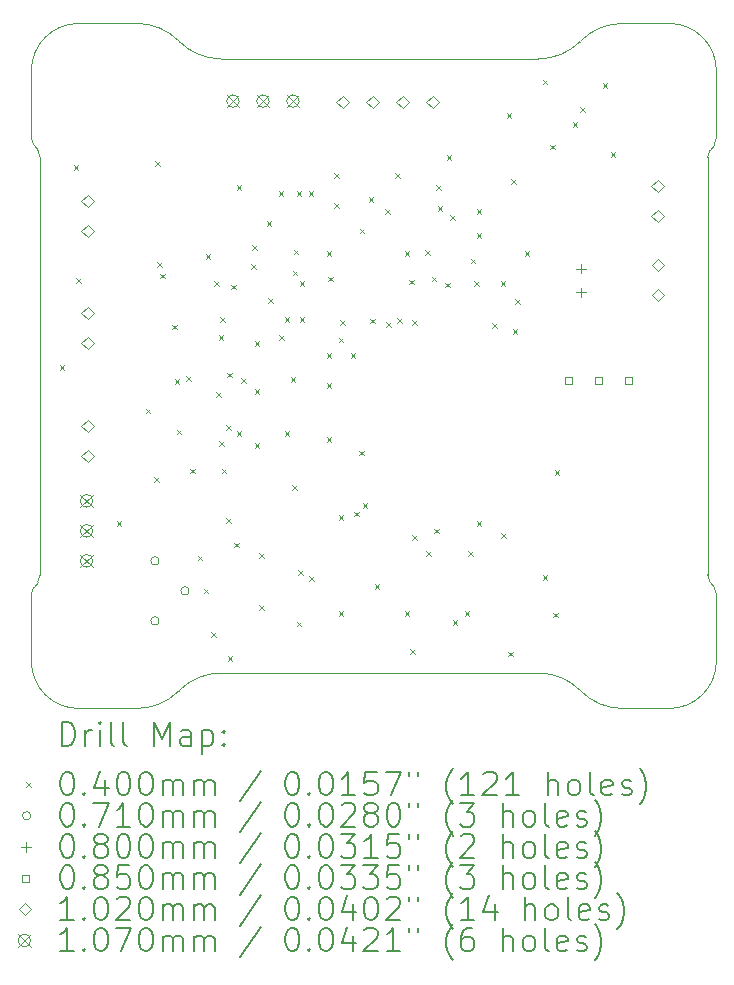
<source format=gbr>
%TF.GenerationSoftware,KiCad,Pcbnew,8.0.0*%
%TF.CreationDate,2024-04-17T18:06:05+02:00*%
%TF.ProjectId,TSAL,5453414c-2e6b-4696-9361-645f70636258,V2.1*%
%TF.SameCoordinates,Original*%
%TF.FileFunction,Drillmap*%
%TF.FilePolarity,Positive*%
%FSLAX45Y45*%
G04 Gerber Fmt 4.5, Leading zero omitted, Abs format (unit mm)*
G04 Created by KiCad (PCBNEW 8.0.0) date 2024-04-17 18:06:05*
%MOMM*%
%LPD*%
G01*
G04 APERTURE LIST*
%ADD10C,0.100000*%
%ADD11C,0.200000*%
%ADD12C,0.102000*%
%ADD13C,0.107000*%
G04 APERTURE END LIST*
D10*
X9875000Y-7458333D02*
G75*
G02*
X9894998Y-7398332I100000J3D01*
G01*
X10767893Y-2625000D02*
G75*
G02*
X11121449Y-2771444I-3J-500020D01*
G01*
X14521447Y-2778553D02*
X14528553Y-2771447D01*
X14882107Y-8425000D02*
G75*
G02*
X14528555Y-8278552I3J500000D01*
G01*
X15655000Y-3651667D02*
X15620000Y-3698333D01*
X11482107Y-2925000D02*
G75*
G02*
X11128551Y-2778556I3J500020D01*
G01*
X9930000Y-3698333D02*
X9895000Y-3651667D01*
X9875000Y-8025000D02*
X9875000Y-7458333D01*
X15620000Y-7351667D02*
X15655000Y-7398333D01*
X10767893Y-8425000D02*
X10275000Y-8425000D01*
X10275000Y-8425000D02*
G75*
G02*
X9875000Y-8025000I0J400000D01*
G01*
X9895000Y-7398333D02*
X9930000Y-7351667D01*
X11121447Y-2771447D02*
X11128553Y-2778553D01*
X15600000Y-3758333D02*
G75*
G02*
X15620002Y-3698334I99980J3D01*
G01*
X10275000Y-2625000D02*
X10767893Y-2625000D01*
X15675000Y-8025000D02*
G75*
G02*
X15275000Y-8425000I-400000J0D01*
G01*
X14528553Y-8278553D02*
X14521447Y-8271447D01*
X11482107Y-2925000D02*
X14167893Y-2925000D01*
X15620000Y-7351667D02*
G75*
G02*
X15600000Y-7291667I80020J60007D01*
G01*
X15600000Y-3758333D02*
X15600000Y-7291667D01*
X9950000Y-7291667D02*
X9950000Y-3758333D01*
X11128553Y-8271447D02*
X11121447Y-8278553D01*
X15675000Y-3591667D02*
G75*
G02*
X15655002Y-3651668I-100000J-3D01*
G01*
X9875000Y-3591667D02*
X9875000Y-3025000D01*
X15675000Y-7458333D02*
X15675000Y-8025000D01*
X14882107Y-2625000D02*
X15275000Y-2625000D01*
X9895000Y-3651667D02*
G75*
G02*
X9875002Y-3591667I80000J59997D01*
G01*
X15675000Y-3025000D02*
X15675000Y-3591667D01*
X15275000Y-8425000D02*
X14882107Y-8425000D01*
X11121447Y-8278553D02*
G75*
G02*
X10767893Y-8424998I-353547J353543D01*
G01*
X14521447Y-2778553D02*
G75*
G02*
X14167893Y-2924998I-353547J353543D01*
G01*
X15655000Y-7398333D02*
G75*
G02*
X15674998Y-7458333I-80000J-59997D01*
G01*
X14167893Y-8125000D02*
G75*
G02*
X14521449Y-8271444I-3J-500020D01*
G01*
X11128553Y-8271447D02*
G75*
G02*
X11482107Y-8125002I353547J-353543D01*
G01*
X14167893Y-8125000D02*
X11482107Y-8125000D01*
X15275000Y-2625000D02*
G75*
G02*
X15675000Y-3025000I0J-400000D01*
G01*
X9950000Y-7291667D02*
G75*
G02*
X9930002Y-7351668I-100000J-3D01*
G01*
X14528553Y-2771447D02*
G75*
G02*
X14882107Y-2625002I353547J-353543D01*
G01*
X9930000Y-3698333D02*
G75*
G02*
X9949998Y-3758333I-80000J-59997D01*
G01*
X9875000Y-3025000D02*
G75*
G02*
X10275000Y-2625000I400000J0D01*
G01*
D11*
D10*
X10114600Y-5517200D02*
X10154600Y-5557200D01*
X10154600Y-5517200D02*
X10114600Y-5557200D01*
X10233710Y-3825695D02*
X10273710Y-3865695D01*
X10273710Y-3825695D02*
X10233710Y-3865695D01*
X10253550Y-4779000D02*
X10293550Y-4819000D01*
X10293550Y-4779000D02*
X10253550Y-4819000D01*
X10597200Y-6838000D02*
X10637200Y-6878000D01*
X10637200Y-6838000D02*
X10597200Y-6878000D01*
X10842250Y-5885500D02*
X10882250Y-5925500D01*
X10882250Y-5885500D02*
X10842250Y-5925500D01*
X10917240Y-6467160D02*
X10957240Y-6507160D01*
X10957240Y-6467160D02*
X10917240Y-6507160D01*
X10922950Y-3790000D02*
X10962950Y-3830000D01*
X10962950Y-3790000D02*
X10922950Y-3830000D01*
X10939468Y-4644943D02*
X10979468Y-4684943D01*
X10979468Y-4644943D02*
X10939468Y-4684943D01*
X10965500Y-4742500D02*
X11005500Y-4782500D01*
X11005500Y-4742500D02*
X10965500Y-4782500D01*
X11067100Y-5174300D02*
X11107100Y-5214300D01*
X11107100Y-5174300D02*
X11067100Y-5214300D01*
X11088736Y-5634618D02*
X11128736Y-5674618D01*
X11128736Y-5634618D02*
X11088736Y-5674618D01*
X11105200Y-6063300D02*
X11145200Y-6103300D01*
X11145200Y-6063300D02*
X11105200Y-6103300D01*
X11186032Y-5611737D02*
X11226032Y-5651737D01*
X11226032Y-5611737D02*
X11186032Y-5651737D01*
X11219500Y-6393500D02*
X11259500Y-6433500D01*
X11259500Y-6393500D02*
X11219500Y-6433500D01*
X11283000Y-7130100D02*
X11323000Y-7170100D01*
X11323000Y-7130100D02*
X11283000Y-7170100D01*
X11333800Y-7409500D02*
X11373800Y-7449500D01*
X11373800Y-7409500D02*
X11333800Y-7449500D01*
X11349595Y-4578945D02*
X11389595Y-4618945D01*
X11389595Y-4578945D02*
X11349595Y-4618945D01*
X11397300Y-7777800D02*
X11437300Y-7817800D01*
X11437300Y-7777800D02*
X11397300Y-7817800D01*
X11421050Y-4806000D02*
X11461050Y-4846000D01*
X11461050Y-4806000D02*
X11421050Y-4846000D01*
X11438100Y-5745284D02*
X11478100Y-5785284D01*
X11478100Y-5745284D02*
X11438100Y-5785284D01*
X11460800Y-5263200D02*
X11500800Y-5303200D01*
X11500800Y-5263200D02*
X11460800Y-5303200D01*
X11462234Y-6159806D02*
X11502234Y-6199806D01*
X11502234Y-6159806D02*
X11462234Y-6199806D01*
X11473500Y-5114550D02*
X11513500Y-5154550D01*
X11513500Y-5114550D02*
X11473500Y-5154550D01*
X11486200Y-6393500D02*
X11526200Y-6433500D01*
X11526200Y-6393500D02*
X11486200Y-6433500D01*
X11524300Y-6812600D02*
X11564300Y-6852600D01*
X11564300Y-6812600D02*
X11524300Y-6852600D01*
X11526960Y-6023704D02*
X11566960Y-6063704D01*
X11566960Y-6023704D02*
X11526960Y-6063704D01*
X11533250Y-5581550D02*
X11573250Y-5621550D01*
X11573250Y-5581550D02*
X11533250Y-5621550D01*
X11537000Y-7981000D02*
X11577000Y-8021000D01*
X11577000Y-7981000D02*
X11537000Y-8021000D01*
X11567670Y-4836500D02*
X11607670Y-4876500D01*
X11607670Y-4836500D02*
X11567670Y-4876500D01*
X11592880Y-7020880D02*
X11632880Y-7060880D01*
X11632880Y-7020880D02*
X11592880Y-7060880D01*
X11613200Y-3993200D02*
X11653200Y-4033200D01*
X11653200Y-3993200D02*
X11613200Y-4033200D01*
X11613200Y-6076000D02*
X11653200Y-6116000D01*
X11653200Y-6076000D02*
X11613200Y-6116000D01*
X11653050Y-5626550D02*
X11693050Y-5666550D01*
X11693050Y-5626550D02*
X11653050Y-5666550D01*
X11738003Y-4665457D02*
X11778003Y-4705457D01*
X11778003Y-4665457D02*
X11738003Y-4705457D01*
X11742165Y-4502948D02*
X11782165Y-4542948D01*
X11782165Y-4502948D02*
X11742165Y-4542948D01*
X11765950Y-5314000D02*
X11805950Y-5354000D01*
X11805950Y-5314000D02*
X11765950Y-5354000D01*
X11765950Y-5719644D02*
X11805950Y-5759644D01*
X11805950Y-5719644D02*
X11765950Y-5759644D01*
X11765950Y-6177600D02*
X11805950Y-6217600D01*
X11805950Y-6177600D02*
X11765950Y-6217600D01*
X11803700Y-7549200D02*
X11843700Y-7589200D01*
X11843700Y-7549200D02*
X11803700Y-7589200D01*
X11805775Y-7112785D02*
X11845775Y-7152785D01*
X11845775Y-7112785D02*
X11805775Y-7152785D01*
X11867200Y-4298000D02*
X11907200Y-4338000D01*
X11907200Y-4298000D02*
X11867200Y-4338000D01*
X11880990Y-4951400D02*
X11920990Y-4991400D01*
X11920990Y-4951400D02*
X11880990Y-4991400D01*
X11968800Y-4044000D02*
X12008800Y-4084000D01*
X12008800Y-4044000D02*
X11968800Y-4084000D01*
X11973287Y-5261319D02*
X12013287Y-5301319D01*
X12013287Y-5261319D02*
X11973287Y-5301319D01*
X12019600Y-5110800D02*
X12059600Y-5150800D01*
X12059600Y-5110800D02*
X12019600Y-5150800D01*
X12019600Y-6076000D02*
X12059600Y-6116000D01*
X12059600Y-6076000D02*
X12019600Y-6116000D01*
X12070400Y-5618800D02*
X12110400Y-5658800D01*
X12110400Y-5618800D02*
X12070400Y-5658800D01*
X12083100Y-6533200D02*
X12123100Y-6573200D01*
X12123100Y-6533200D02*
X12083100Y-6573200D01*
X12086450Y-4717100D02*
X12126450Y-4757100D01*
X12126450Y-4717100D02*
X12086450Y-4757100D01*
X12095800Y-4539300D02*
X12135800Y-4579300D01*
X12135800Y-4539300D02*
X12095800Y-4579300D01*
X12121200Y-4043950D02*
X12161200Y-4083950D01*
X12161200Y-4043950D02*
X12121200Y-4083950D01*
X12121200Y-7688900D02*
X12161200Y-7728900D01*
X12161200Y-7688900D02*
X12121200Y-7728900D01*
X12134330Y-7256670D02*
X12174330Y-7296670D01*
X12174330Y-7256670D02*
X12134330Y-7296670D01*
X12146600Y-4806000D02*
X12186600Y-4846000D01*
X12186600Y-4806000D02*
X12146600Y-4846000D01*
X12146600Y-5110800D02*
X12186600Y-5150800D01*
X12186600Y-5110800D02*
X12146600Y-5150800D01*
X12222800Y-4044000D02*
X12262800Y-4084000D01*
X12262800Y-4044000D02*
X12222800Y-4084000D01*
X12227442Y-7302164D02*
X12267442Y-7342164D01*
X12267442Y-7302164D02*
X12227442Y-7342164D01*
X12375200Y-4552000D02*
X12415200Y-4592000D01*
X12415200Y-4552000D02*
X12375200Y-4592000D01*
X12375200Y-5414550D02*
X12415200Y-5454550D01*
X12415200Y-5414550D02*
X12375200Y-5454550D01*
X12375200Y-5669600D02*
X12415200Y-5709600D01*
X12415200Y-5669600D02*
X12375200Y-5709600D01*
X12375200Y-6126800D02*
X12415200Y-6166800D01*
X12415200Y-6126800D02*
X12375200Y-6166800D01*
X12387900Y-4767900D02*
X12427900Y-4807900D01*
X12427900Y-4767900D02*
X12387900Y-4807900D01*
X12436450Y-3892166D02*
X12476450Y-3932166D01*
X12476450Y-3892166D02*
X12436450Y-3932166D01*
X12436450Y-4145600D02*
X12476450Y-4185600D01*
X12476450Y-4145600D02*
X12436450Y-4185600D01*
X12476800Y-5284850D02*
X12516800Y-5324850D01*
X12516800Y-5284850D02*
X12476800Y-5324850D01*
X12476800Y-6787200D02*
X12516800Y-6827200D01*
X12516800Y-6787200D02*
X12476800Y-6827200D01*
X12476800Y-7600000D02*
X12516800Y-7640000D01*
X12516800Y-7600000D02*
X12476800Y-7640000D01*
X12489500Y-5136200D02*
X12529500Y-5176200D01*
X12529500Y-5136200D02*
X12489500Y-5176200D01*
X12578950Y-5415600D02*
X12618950Y-5455600D01*
X12618950Y-5415600D02*
X12578950Y-5455600D01*
X12609789Y-6758050D02*
X12649789Y-6798050D01*
X12649789Y-6758050D02*
X12609789Y-6798050D01*
X12652873Y-6242916D02*
X12692873Y-6282916D01*
X12692873Y-6242916D02*
X12652873Y-6282916D01*
X12654600Y-4361500D02*
X12694600Y-4401500D01*
X12694600Y-4361500D02*
X12654600Y-4401500D01*
X12680000Y-6685600D02*
X12720000Y-6725600D01*
X12720000Y-6685600D02*
X12680000Y-6725600D01*
X12730800Y-4094800D02*
X12770800Y-4134800D01*
X12770800Y-4094800D02*
X12730800Y-4134800D01*
X12743500Y-5123500D02*
X12783500Y-5163500D01*
X12783500Y-5123500D02*
X12743500Y-5163500D01*
X12781600Y-7371400D02*
X12821600Y-7411400D01*
X12821600Y-7371400D02*
X12781600Y-7411400D01*
X12870500Y-4196400D02*
X12910500Y-4236400D01*
X12910500Y-4196400D02*
X12870500Y-4236400D01*
X12877999Y-5154479D02*
X12917999Y-5194479D01*
X12917999Y-5154479D02*
X12877999Y-5194479D01*
X12955650Y-3891600D02*
X12995650Y-3931600D01*
X12995650Y-3891600D02*
X12955650Y-3931600D01*
X12971220Y-5118425D02*
X13011220Y-5158425D01*
X13011220Y-5118425D02*
X12971220Y-5158425D01*
X13035600Y-4552000D02*
X13075600Y-4592000D01*
X13075600Y-4552000D02*
X13035600Y-4592000D01*
X13035600Y-7600000D02*
X13075600Y-7640000D01*
X13075600Y-7600000D02*
X13035600Y-7640000D01*
X13073700Y-4793300D02*
X13113700Y-4833300D01*
X13113700Y-4793300D02*
X13073700Y-4833300D01*
X13080686Y-7925735D02*
X13120686Y-7965735D01*
X13120686Y-7925735D02*
X13080686Y-7965735D01*
X13098670Y-5139950D02*
X13138670Y-5179950D01*
X13138670Y-5139950D02*
X13098670Y-5179950D01*
X13099100Y-6954750D02*
X13139100Y-6994750D01*
X13139100Y-6954750D02*
X13099100Y-6994750D01*
X13206938Y-4545762D02*
X13246938Y-4585762D01*
X13246938Y-4545762D02*
X13206938Y-4585762D01*
X13219750Y-7092000D02*
X13259750Y-7132000D01*
X13259750Y-7092000D02*
X13219750Y-7132000D01*
X13264200Y-4767900D02*
X13304200Y-4807900D01*
X13304200Y-4767900D02*
X13264200Y-4807900D01*
X13283250Y-6901500D02*
X13323250Y-6941500D01*
X13323250Y-6901500D02*
X13283250Y-6941500D01*
X13299464Y-3996036D02*
X13339464Y-4036036D01*
X13339464Y-3996036D02*
X13299464Y-4036036D01*
X13315000Y-4171000D02*
X13355000Y-4211000D01*
X13355000Y-4171000D02*
X13315000Y-4211000D01*
X13378500Y-4820281D02*
X13418500Y-4860281D01*
X13418500Y-4820281D02*
X13378500Y-4860281D01*
X13391200Y-3739200D02*
X13431200Y-3779200D01*
X13431200Y-3739200D02*
X13391200Y-3779200D01*
X13421050Y-4247200D02*
X13461050Y-4287200D01*
X13461050Y-4247200D02*
X13421050Y-4287200D01*
X13442000Y-7676200D02*
X13482000Y-7716200D01*
X13482000Y-7676200D02*
X13442000Y-7716200D01*
X13543600Y-7600000D02*
X13583600Y-7640000D01*
X13583600Y-7600000D02*
X13543600Y-7640000D01*
X13573450Y-7092000D02*
X13613450Y-7132000D01*
X13613450Y-7092000D02*
X13573450Y-7132000D01*
X13594400Y-4616945D02*
X13634400Y-4656945D01*
X13634400Y-4616945D02*
X13594400Y-4656945D01*
X13623550Y-4806000D02*
X13663550Y-4846000D01*
X13663550Y-4806000D02*
X13623550Y-4846000D01*
X13644770Y-6837570D02*
X13684770Y-6877570D01*
X13684770Y-6837570D02*
X13644770Y-6877570D01*
X13645200Y-4196400D02*
X13685200Y-4236400D01*
X13685200Y-4196400D02*
X13645200Y-4236400D01*
X13645200Y-4399600D02*
X13685200Y-4439600D01*
X13685200Y-4399600D02*
X13645200Y-4439600D01*
X13773592Y-5164919D02*
X13813592Y-5204919D01*
X13813592Y-5164919D02*
X13773592Y-5204919D01*
X13848400Y-4806000D02*
X13888400Y-4846000D01*
X13888400Y-4806000D02*
X13848400Y-4846000D01*
X13851532Y-6941688D02*
X13891532Y-6981688D01*
X13891532Y-6941688D02*
X13851532Y-6981688D01*
X13899200Y-3383600D02*
X13939200Y-3423600D01*
X13939200Y-3383600D02*
X13899200Y-3423600D01*
X13911900Y-7942900D02*
X13951900Y-7982900D01*
X13951900Y-7942900D02*
X13911900Y-7982900D01*
X13937300Y-3942400D02*
X13977300Y-3982400D01*
X13977300Y-3942400D02*
X13937300Y-3982400D01*
X13950430Y-5212830D02*
X13990430Y-5252830D01*
X13990430Y-5212830D02*
X13950430Y-5252830D01*
X13972950Y-4958400D02*
X14012950Y-4998400D01*
X14012950Y-4958400D02*
X13972950Y-4998400D01*
X14051600Y-4552000D02*
X14091600Y-4592000D01*
X14091600Y-4552000D02*
X14051600Y-4592000D01*
X14204000Y-3100450D02*
X14244000Y-3140450D01*
X14244000Y-3100450D02*
X14204000Y-3140450D01*
X14204000Y-7295200D02*
X14244000Y-7335200D01*
X14244000Y-7295200D02*
X14204000Y-7335200D01*
X14267500Y-3651750D02*
X14307500Y-3691750D01*
X14307500Y-3651750D02*
X14267500Y-3691750D01*
X14292900Y-7612700D02*
X14332900Y-7652700D01*
X14332900Y-7612700D02*
X14292900Y-7652700D01*
X14305600Y-6406200D02*
X14345600Y-6446200D01*
X14345600Y-6406200D02*
X14305600Y-6446200D01*
X14458000Y-3461250D02*
X14498000Y-3501250D01*
X14498000Y-3461250D02*
X14458000Y-3501250D01*
X14521500Y-3334250D02*
X14561500Y-3374250D01*
X14561500Y-3334250D02*
X14521500Y-3374250D01*
X14712000Y-3129600D02*
X14752000Y-3169600D01*
X14752000Y-3129600D02*
X14712000Y-3169600D01*
X14780450Y-3715250D02*
X14820450Y-3755250D01*
X14820450Y-3715250D02*
X14780450Y-3755250D01*
X10957000Y-7175500D02*
G75*
G02*
X10886000Y-7175500I-35500J0D01*
G01*
X10886000Y-7175500D02*
G75*
G02*
X10957000Y-7175500I35500J0D01*
G01*
X10957000Y-7683500D02*
G75*
G02*
X10886000Y-7683500I-35500J0D01*
G01*
X10886000Y-7683500D02*
G75*
G02*
X10957000Y-7683500I35500J0D01*
G01*
X11211000Y-7429500D02*
G75*
G02*
X11140000Y-7429500I-35500J0D01*
G01*
X11140000Y-7429500D02*
G75*
G02*
X11211000Y-7429500I35500J0D01*
G01*
X14529512Y-4661220D02*
X14529512Y-4741220D01*
X14489512Y-4701220D02*
X14569512Y-4701220D01*
X14529512Y-4861220D02*
X14529512Y-4941220D01*
X14489512Y-4901220D02*
X14569512Y-4901220D01*
X14456284Y-5681552D02*
X14456284Y-5621448D01*
X14396180Y-5621448D01*
X14396180Y-5681552D01*
X14456284Y-5681552D01*
X14710284Y-5681552D02*
X14710284Y-5621448D01*
X14650180Y-5621448D01*
X14650180Y-5681552D01*
X14710284Y-5681552D01*
X14964284Y-5681552D02*
X14964284Y-5621448D01*
X14904180Y-5621448D01*
X14904180Y-5681552D01*
X14964284Y-5681552D01*
D12*
X10350500Y-4178500D02*
X10401500Y-4127500D01*
X10350500Y-4076500D01*
X10299500Y-4127500D01*
X10350500Y-4178500D01*
X10350500Y-4432500D02*
X10401500Y-4381500D01*
X10350500Y-4330500D01*
X10299500Y-4381500D01*
X10350500Y-4432500D01*
X10350500Y-5131000D02*
X10401500Y-5080000D01*
X10350500Y-5029000D01*
X10299500Y-5080000D01*
X10350500Y-5131000D01*
X10350500Y-5385000D02*
X10401500Y-5334000D01*
X10350500Y-5283000D01*
X10299500Y-5334000D01*
X10350500Y-5385000D01*
X10350500Y-6083500D02*
X10401500Y-6032500D01*
X10350500Y-5981500D01*
X10299500Y-6032500D01*
X10350500Y-6083500D01*
X10350500Y-6337500D02*
X10401500Y-6286500D01*
X10350500Y-6235500D01*
X10299500Y-6286500D01*
X10350500Y-6337500D01*
X12509500Y-3341268D02*
X12560500Y-3290268D01*
X12509500Y-3239268D01*
X12458500Y-3290268D01*
X12509500Y-3341268D01*
X12763500Y-3341268D02*
X12814500Y-3290268D01*
X12763500Y-3239268D01*
X12712500Y-3290268D01*
X12763500Y-3341268D01*
X13017500Y-3341268D02*
X13068500Y-3290268D01*
X13017500Y-3239268D01*
X12966500Y-3290268D01*
X13017500Y-3341268D01*
X13271500Y-3341268D02*
X13322500Y-3290268D01*
X13271500Y-3239268D01*
X13220500Y-3290268D01*
X13271500Y-3341268D01*
X15176500Y-4051500D02*
X15227500Y-4000500D01*
X15176500Y-3949500D01*
X15125500Y-4000500D01*
X15176500Y-4051500D01*
X15176500Y-4305500D02*
X15227500Y-4254500D01*
X15176500Y-4203500D01*
X15125500Y-4254500D01*
X15176500Y-4305500D01*
X15184000Y-4723000D02*
X15235000Y-4672000D01*
X15184000Y-4621000D01*
X15133000Y-4672000D01*
X15184000Y-4723000D01*
X15184000Y-4977000D02*
X15235000Y-4926000D01*
X15184000Y-4875000D01*
X15133000Y-4926000D01*
X15184000Y-4977000D01*
D13*
X10289500Y-6614000D02*
X10396500Y-6721000D01*
X10396500Y-6614000D02*
X10289500Y-6721000D01*
X10396500Y-6667500D02*
G75*
G02*
X10289500Y-6667500I-53500J0D01*
G01*
X10289500Y-6667500D02*
G75*
G02*
X10396500Y-6667500I53500J0D01*
G01*
X10289500Y-6868000D02*
X10396500Y-6975000D01*
X10396500Y-6868000D02*
X10289500Y-6975000D01*
X10396500Y-6921500D02*
G75*
G02*
X10289500Y-6921500I-53500J0D01*
G01*
X10289500Y-6921500D02*
G75*
G02*
X10396500Y-6921500I53500J0D01*
G01*
X10289500Y-7122000D02*
X10396500Y-7229000D01*
X10396500Y-7122000D02*
X10289500Y-7229000D01*
X10396500Y-7175500D02*
G75*
G02*
X10289500Y-7175500I-53500J0D01*
G01*
X10289500Y-7175500D02*
G75*
G02*
X10396500Y-7175500I53500J0D01*
G01*
X11528000Y-3229268D02*
X11635000Y-3336268D01*
X11635000Y-3229268D02*
X11528000Y-3336268D01*
X11635000Y-3282768D02*
G75*
G02*
X11528000Y-3282768I-53500J0D01*
G01*
X11528000Y-3282768D02*
G75*
G02*
X11635000Y-3282768I53500J0D01*
G01*
X11782000Y-3229268D02*
X11889000Y-3336268D01*
X11889000Y-3229268D02*
X11782000Y-3336268D01*
X11889000Y-3282768D02*
G75*
G02*
X11782000Y-3282768I-53500J0D01*
G01*
X11782000Y-3282768D02*
G75*
G02*
X11889000Y-3282768I53500J0D01*
G01*
X12036000Y-3229268D02*
X12143000Y-3336268D01*
X12143000Y-3229268D02*
X12036000Y-3336268D01*
X12143000Y-3282768D02*
G75*
G02*
X12036000Y-3282768I-53500J0D01*
G01*
X12036000Y-3282768D02*
G75*
G02*
X12143000Y-3282768I53500J0D01*
G01*
D11*
X10130777Y-8741484D02*
X10130777Y-8541484D01*
X10130777Y-8541484D02*
X10178396Y-8541484D01*
X10178396Y-8541484D02*
X10206967Y-8551008D01*
X10206967Y-8551008D02*
X10226015Y-8570055D01*
X10226015Y-8570055D02*
X10235539Y-8589103D01*
X10235539Y-8589103D02*
X10245063Y-8627198D01*
X10245063Y-8627198D02*
X10245063Y-8655770D01*
X10245063Y-8655770D02*
X10235539Y-8693865D01*
X10235539Y-8693865D02*
X10226015Y-8712912D01*
X10226015Y-8712912D02*
X10206967Y-8731960D01*
X10206967Y-8731960D02*
X10178396Y-8741484D01*
X10178396Y-8741484D02*
X10130777Y-8741484D01*
X10330777Y-8741484D02*
X10330777Y-8608150D01*
X10330777Y-8646246D02*
X10340301Y-8627198D01*
X10340301Y-8627198D02*
X10349824Y-8617674D01*
X10349824Y-8617674D02*
X10368872Y-8608150D01*
X10368872Y-8608150D02*
X10387920Y-8608150D01*
X10454586Y-8741484D02*
X10454586Y-8608150D01*
X10454586Y-8541484D02*
X10445063Y-8551008D01*
X10445063Y-8551008D02*
X10454586Y-8560531D01*
X10454586Y-8560531D02*
X10464110Y-8551008D01*
X10464110Y-8551008D02*
X10454586Y-8541484D01*
X10454586Y-8541484D02*
X10454586Y-8560531D01*
X10578396Y-8741484D02*
X10559348Y-8731960D01*
X10559348Y-8731960D02*
X10549824Y-8712912D01*
X10549824Y-8712912D02*
X10549824Y-8541484D01*
X10683158Y-8741484D02*
X10664110Y-8731960D01*
X10664110Y-8731960D02*
X10654586Y-8712912D01*
X10654586Y-8712912D02*
X10654586Y-8541484D01*
X10911729Y-8741484D02*
X10911729Y-8541484D01*
X10911729Y-8541484D02*
X10978396Y-8684341D01*
X10978396Y-8684341D02*
X11045063Y-8541484D01*
X11045063Y-8541484D02*
X11045063Y-8741484D01*
X11226015Y-8741484D02*
X11226015Y-8636722D01*
X11226015Y-8636722D02*
X11216491Y-8617674D01*
X11216491Y-8617674D02*
X11197443Y-8608150D01*
X11197443Y-8608150D02*
X11159348Y-8608150D01*
X11159348Y-8608150D02*
X11140301Y-8617674D01*
X11226015Y-8731960D02*
X11206967Y-8741484D01*
X11206967Y-8741484D02*
X11159348Y-8741484D01*
X11159348Y-8741484D02*
X11140301Y-8731960D01*
X11140301Y-8731960D02*
X11130777Y-8712912D01*
X11130777Y-8712912D02*
X11130777Y-8693865D01*
X11130777Y-8693865D02*
X11140301Y-8674817D01*
X11140301Y-8674817D02*
X11159348Y-8665293D01*
X11159348Y-8665293D02*
X11206967Y-8665293D01*
X11206967Y-8665293D02*
X11226015Y-8655770D01*
X11321253Y-8608150D02*
X11321253Y-8808150D01*
X11321253Y-8617674D02*
X11340301Y-8608150D01*
X11340301Y-8608150D02*
X11378396Y-8608150D01*
X11378396Y-8608150D02*
X11397443Y-8617674D01*
X11397443Y-8617674D02*
X11406967Y-8627198D01*
X11406967Y-8627198D02*
X11416491Y-8646246D01*
X11416491Y-8646246D02*
X11416491Y-8703389D01*
X11416491Y-8703389D02*
X11406967Y-8722436D01*
X11406967Y-8722436D02*
X11397443Y-8731960D01*
X11397443Y-8731960D02*
X11378396Y-8741484D01*
X11378396Y-8741484D02*
X11340301Y-8741484D01*
X11340301Y-8741484D02*
X11321253Y-8731960D01*
X11502205Y-8722436D02*
X11511729Y-8731960D01*
X11511729Y-8731960D02*
X11502205Y-8741484D01*
X11502205Y-8741484D02*
X11492682Y-8731960D01*
X11492682Y-8731960D02*
X11502205Y-8722436D01*
X11502205Y-8722436D02*
X11502205Y-8741484D01*
X11502205Y-8617674D02*
X11511729Y-8627198D01*
X11511729Y-8627198D02*
X11502205Y-8636722D01*
X11502205Y-8636722D02*
X11492682Y-8627198D01*
X11492682Y-8627198D02*
X11502205Y-8617674D01*
X11502205Y-8617674D02*
X11502205Y-8636722D01*
D10*
X9830000Y-9050000D02*
X9870000Y-9090000D01*
X9870000Y-9050000D02*
X9830000Y-9090000D01*
D11*
X10168872Y-8961484D02*
X10187920Y-8961484D01*
X10187920Y-8961484D02*
X10206967Y-8971008D01*
X10206967Y-8971008D02*
X10216491Y-8980531D01*
X10216491Y-8980531D02*
X10226015Y-8999579D01*
X10226015Y-8999579D02*
X10235539Y-9037674D01*
X10235539Y-9037674D02*
X10235539Y-9085293D01*
X10235539Y-9085293D02*
X10226015Y-9123389D01*
X10226015Y-9123389D02*
X10216491Y-9142436D01*
X10216491Y-9142436D02*
X10206967Y-9151960D01*
X10206967Y-9151960D02*
X10187920Y-9161484D01*
X10187920Y-9161484D02*
X10168872Y-9161484D01*
X10168872Y-9161484D02*
X10149824Y-9151960D01*
X10149824Y-9151960D02*
X10140301Y-9142436D01*
X10140301Y-9142436D02*
X10130777Y-9123389D01*
X10130777Y-9123389D02*
X10121253Y-9085293D01*
X10121253Y-9085293D02*
X10121253Y-9037674D01*
X10121253Y-9037674D02*
X10130777Y-8999579D01*
X10130777Y-8999579D02*
X10140301Y-8980531D01*
X10140301Y-8980531D02*
X10149824Y-8971008D01*
X10149824Y-8971008D02*
X10168872Y-8961484D01*
X10321253Y-9142436D02*
X10330777Y-9151960D01*
X10330777Y-9151960D02*
X10321253Y-9161484D01*
X10321253Y-9161484D02*
X10311729Y-9151960D01*
X10311729Y-9151960D02*
X10321253Y-9142436D01*
X10321253Y-9142436D02*
X10321253Y-9161484D01*
X10502205Y-9028150D02*
X10502205Y-9161484D01*
X10454586Y-8951960D02*
X10406967Y-9094817D01*
X10406967Y-9094817D02*
X10530777Y-9094817D01*
X10645063Y-8961484D02*
X10664110Y-8961484D01*
X10664110Y-8961484D02*
X10683158Y-8971008D01*
X10683158Y-8971008D02*
X10692682Y-8980531D01*
X10692682Y-8980531D02*
X10702205Y-8999579D01*
X10702205Y-8999579D02*
X10711729Y-9037674D01*
X10711729Y-9037674D02*
X10711729Y-9085293D01*
X10711729Y-9085293D02*
X10702205Y-9123389D01*
X10702205Y-9123389D02*
X10692682Y-9142436D01*
X10692682Y-9142436D02*
X10683158Y-9151960D01*
X10683158Y-9151960D02*
X10664110Y-9161484D01*
X10664110Y-9161484D02*
X10645063Y-9161484D01*
X10645063Y-9161484D02*
X10626015Y-9151960D01*
X10626015Y-9151960D02*
X10616491Y-9142436D01*
X10616491Y-9142436D02*
X10606967Y-9123389D01*
X10606967Y-9123389D02*
X10597444Y-9085293D01*
X10597444Y-9085293D02*
X10597444Y-9037674D01*
X10597444Y-9037674D02*
X10606967Y-8999579D01*
X10606967Y-8999579D02*
X10616491Y-8980531D01*
X10616491Y-8980531D02*
X10626015Y-8971008D01*
X10626015Y-8971008D02*
X10645063Y-8961484D01*
X10835539Y-8961484D02*
X10854586Y-8961484D01*
X10854586Y-8961484D02*
X10873634Y-8971008D01*
X10873634Y-8971008D02*
X10883158Y-8980531D01*
X10883158Y-8980531D02*
X10892682Y-8999579D01*
X10892682Y-8999579D02*
X10902205Y-9037674D01*
X10902205Y-9037674D02*
X10902205Y-9085293D01*
X10902205Y-9085293D02*
X10892682Y-9123389D01*
X10892682Y-9123389D02*
X10883158Y-9142436D01*
X10883158Y-9142436D02*
X10873634Y-9151960D01*
X10873634Y-9151960D02*
X10854586Y-9161484D01*
X10854586Y-9161484D02*
X10835539Y-9161484D01*
X10835539Y-9161484D02*
X10816491Y-9151960D01*
X10816491Y-9151960D02*
X10806967Y-9142436D01*
X10806967Y-9142436D02*
X10797444Y-9123389D01*
X10797444Y-9123389D02*
X10787920Y-9085293D01*
X10787920Y-9085293D02*
X10787920Y-9037674D01*
X10787920Y-9037674D02*
X10797444Y-8999579D01*
X10797444Y-8999579D02*
X10806967Y-8980531D01*
X10806967Y-8980531D02*
X10816491Y-8971008D01*
X10816491Y-8971008D02*
X10835539Y-8961484D01*
X10987920Y-9161484D02*
X10987920Y-9028150D01*
X10987920Y-9047198D02*
X10997444Y-9037674D01*
X10997444Y-9037674D02*
X11016491Y-9028150D01*
X11016491Y-9028150D02*
X11045063Y-9028150D01*
X11045063Y-9028150D02*
X11064110Y-9037674D01*
X11064110Y-9037674D02*
X11073634Y-9056722D01*
X11073634Y-9056722D02*
X11073634Y-9161484D01*
X11073634Y-9056722D02*
X11083158Y-9037674D01*
X11083158Y-9037674D02*
X11102205Y-9028150D01*
X11102205Y-9028150D02*
X11130777Y-9028150D01*
X11130777Y-9028150D02*
X11149825Y-9037674D01*
X11149825Y-9037674D02*
X11159348Y-9056722D01*
X11159348Y-9056722D02*
X11159348Y-9161484D01*
X11254586Y-9161484D02*
X11254586Y-9028150D01*
X11254586Y-9047198D02*
X11264110Y-9037674D01*
X11264110Y-9037674D02*
X11283158Y-9028150D01*
X11283158Y-9028150D02*
X11311729Y-9028150D01*
X11311729Y-9028150D02*
X11330777Y-9037674D01*
X11330777Y-9037674D02*
X11340301Y-9056722D01*
X11340301Y-9056722D02*
X11340301Y-9161484D01*
X11340301Y-9056722D02*
X11349824Y-9037674D01*
X11349824Y-9037674D02*
X11368872Y-9028150D01*
X11368872Y-9028150D02*
X11397443Y-9028150D01*
X11397443Y-9028150D02*
X11416491Y-9037674D01*
X11416491Y-9037674D02*
X11426015Y-9056722D01*
X11426015Y-9056722D02*
X11426015Y-9161484D01*
X11816491Y-8951960D02*
X11645063Y-9209103D01*
X12073634Y-8961484D02*
X12092682Y-8961484D01*
X12092682Y-8961484D02*
X12111729Y-8971008D01*
X12111729Y-8971008D02*
X12121253Y-8980531D01*
X12121253Y-8980531D02*
X12130777Y-8999579D01*
X12130777Y-8999579D02*
X12140301Y-9037674D01*
X12140301Y-9037674D02*
X12140301Y-9085293D01*
X12140301Y-9085293D02*
X12130777Y-9123389D01*
X12130777Y-9123389D02*
X12121253Y-9142436D01*
X12121253Y-9142436D02*
X12111729Y-9151960D01*
X12111729Y-9151960D02*
X12092682Y-9161484D01*
X12092682Y-9161484D02*
X12073634Y-9161484D01*
X12073634Y-9161484D02*
X12054586Y-9151960D01*
X12054586Y-9151960D02*
X12045063Y-9142436D01*
X12045063Y-9142436D02*
X12035539Y-9123389D01*
X12035539Y-9123389D02*
X12026015Y-9085293D01*
X12026015Y-9085293D02*
X12026015Y-9037674D01*
X12026015Y-9037674D02*
X12035539Y-8999579D01*
X12035539Y-8999579D02*
X12045063Y-8980531D01*
X12045063Y-8980531D02*
X12054586Y-8971008D01*
X12054586Y-8971008D02*
X12073634Y-8961484D01*
X12226015Y-9142436D02*
X12235539Y-9151960D01*
X12235539Y-9151960D02*
X12226015Y-9161484D01*
X12226015Y-9161484D02*
X12216491Y-9151960D01*
X12216491Y-9151960D02*
X12226015Y-9142436D01*
X12226015Y-9142436D02*
X12226015Y-9161484D01*
X12359348Y-8961484D02*
X12378396Y-8961484D01*
X12378396Y-8961484D02*
X12397444Y-8971008D01*
X12397444Y-8971008D02*
X12406967Y-8980531D01*
X12406967Y-8980531D02*
X12416491Y-8999579D01*
X12416491Y-8999579D02*
X12426015Y-9037674D01*
X12426015Y-9037674D02*
X12426015Y-9085293D01*
X12426015Y-9085293D02*
X12416491Y-9123389D01*
X12416491Y-9123389D02*
X12406967Y-9142436D01*
X12406967Y-9142436D02*
X12397444Y-9151960D01*
X12397444Y-9151960D02*
X12378396Y-9161484D01*
X12378396Y-9161484D02*
X12359348Y-9161484D01*
X12359348Y-9161484D02*
X12340301Y-9151960D01*
X12340301Y-9151960D02*
X12330777Y-9142436D01*
X12330777Y-9142436D02*
X12321253Y-9123389D01*
X12321253Y-9123389D02*
X12311729Y-9085293D01*
X12311729Y-9085293D02*
X12311729Y-9037674D01*
X12311729Y-9037674D02*
X12321253Y-8999579D01*
X12321253Y-8999579D02*
X12330777Y-8980531D01*
X12330777Y-8980531D02*
X12340301Y-8971008D01*
X12340301Y-8971008D02*
X12359348Y-8961484D01*
X12616491Y-9161484D02*
X12502206Y-9161484D01*
X12559348Y-9161484D02*
X12559348Y-8961484D01*
X12559348Y-8961484D02*
X12540301Y-8990055D01*
X12540301Y-8990055D02*
X12521253Y-9009103D01*
X12521253Y-9009103D02*
X12502206Y-9018627D01*
X12797444Y-8961484D02*
X12702206Y-8961484D01*
X12702206Y-8961484D02*
X12692682Y-9056722D01*
X12692682Y-9056722D02*
X12702206Y-9047198D01*
X12702206Y-9047198D02*
X12721253Y-9037674D01*
X12721253Y-9037674D02*
X12768872Y-9037674D01*
X12768872Y-9037674D02*
X12787920Y-9047198D01*
X12787920Y-9047198D02*
X12797444Y-9056722D01*
X12797444Y-9056722D02*
X12806967Y-9075770D01*
X12806967Y-9075770D02*
X12806967Y-9123389D01*
X12806967Y-9123389D02*
X12797444Y-9142436D01*
X12797444Y-9142436D02*
X12787920Y-9151960D01*
X12787920Y-9151960D02*
X12768872Y-9161484D01*
X12768872Y-9161484D02*
X12721253Y-9161484D01*
X12721253Y-9161484D02*
X12702206Y-9151960D01*
X12702206Y-9151960D02*
X12692682Y-9142436D01*
X12873634Y-8961484D02*
X13006967Y-8961484D01*
X13006967Y-8961484D02*
X12921253Y-9161484D01*
X13073634Y-8961484D02*
X13073634Y-8999579D01*
X13149825Y-8961484D02*
X13149825Y-8999579D01*
X13445063Y-9237674D02*
X13435539Y-9228150D01*
X13435539Y-9228150D02*
X13416491Y-9199579D01*
X13416491Y-9199579D02*
X13406968Y-9180531D01*
X13406968Y-9180531D02*
X13397444Y-9151960D01*
X13397444Y-9151960D02*
X13387920Y-9104341D01*
X13387920Y-9104341D02*
X13387920Y-9066246D01*
X13387920Y-9066246D02*
X13397444Y-9018627D01*
X13397444Y-9018627D02*
X13406968Y-8990055D01*
X13406968Y-8990055D02*
X13416491Y-8971008D01*
X13416491Y-8971008D02*
X13435539Y-8942436D01*
X13435539Y-8942436D02*
X13445063Y-8932912D01*
X13626015Y-9161484D02*
X13511729Y-9161484D01*
X13568872Y-9161484D02*
X13568872Y-8961484D01*
X13568872Y-8961484D02*
X13549825Y-8990055D01*
X13549825Y-8990055D02*
X13530777Y-9009103D01*
X13530777Y-9009103D02*
X13511729Y-9018627D01*
X13702206Y-8980531D02*
X13711729Y-8971008D01*
X13711729Y-8971008D02*
X13730777Y-8961484D01*
X13730777Y-8961484D02*
X13778396Y-8961484D01*
X13778396Y-8961484D02*
X13797444Y-8971008D01*
X13797444Y-8971008D02*
X13806968Y-8980531D01*
X13806968Y-8980531D02*
X13816491Y-8999579D01*
X13816491Y-8999579D02*
X13816491Y-9018627D01*
X13816491Y-9018627D02*
X13806968Y-9047198D01*
X13806968Y-9047198D02*
X13692682Y-9161484D01*
X13692682Y-9161484D02*
X13816491Y-9161484D01*
X14006968Y-9161484D02*
X13892682Y-9161484D01*
X13949825Y-9161484D02*
X13949825Y-8961484D01*
X13949825Y-8961484D02*
X13930777Y-8990055D01*
X13930777Y-8990055D02*
X13911729Y-9009103D01*
X13911729Y-9009103D02*
X13892682Y-9018627D01*
X14245063Y-9161484D02*
X14245063Y-8961484D01*
X14330777Y-9161484D02*
X14330777Y-9056722D01*
X14330777Y-9056722D02*
X14321253Y-9037674D01*
X14321253Y-9037674D02*
X14302206Y-9028150D01*
X14302206Y-9028150D02*
X14273634Y-9028150D01*
X14273634Y-9028150D02*
X14254587Y-9037674D01*
X14254587Y-9037674D02*
X14245063Y-9047198D01*
X14454587Y-9161484D02*
X14435539Y-9151960D01*
X14435539Y-9151960D02*
X14426015Y-9142436D01*
X14426015Y-9142436D02*
X14416491Y-9123389D01*
X14416491Y-9123389D02*
X14416491Y-9066246D01*
X14416491Y-9066246D02*
X14426015Y-9047198D01*
X14426015Y-9047198D02*
X14435539Y-9037674D01*
X14435539Y-9037674D02*
X14454587Y-9028150D01*
X14454587Y-9028150D02*
X14483158Y-9028150D01*
X14483158Y-9028150D02*
X14502206Y-9037674D01*
X14502206Y-9037674D02*
X14511730Y-9047198D01*
X14511730Y-9047198D02*
X14521253Y-9066246D01*
X14521253Y-9066246D02*
X14521253Y-9123389D01*
X14521253Y-9123389D02*
X14511730Y-9142436D01*
X14511730Y-9142436D02*
X14502206Y-9151960D01*
X14502206Y-9151960D02*
X14483158Y-9161484D01*
X14483158Y-9161484D02*
X14454587Y-9161484D01*
X14635539Y-9161484D02*
X14616491Y-9151960D01*
X14616491Y-9151960D02*
X14606968Y-9132912D01*
X14606968Y-9132912D02*
X14606968Y-8961484D01*
X14787920Y-9151960D02*
X14768872Y-9161484D01*
X14768872Y-9161484D02*
X14730777Y-9161484D01*
X14730777Y-9161484D02*
X14711730Y-9151960D01*
X14711730Y-9151960D02*
X14702206Y-9132912D01*
X14702206Y-9132912D02*
X14702206Y-9056722D01*
X14702206Y-9056722D02*
X14711730Y-9037674D01*
X14711730Y-9037674D02*
X14730777Y-9028150D01*
X14730777Y-9028150D02*
X14768872Y-9028150D01*
X14768872Y-9028150D02*
X14787920Y-9037674D01*
X14787920Y-9037674D02*
X14797444Y-9056722D01*
X14797444Y-9056722D02*
X14797444Y-9075770D01*
X14797444Y-9075770D02*
X14702206Y-9094817D01*
X14873634Y-9151960D02*
X14892682Y-9161484D01*
X14892682Y-9161484D02*
X14930777Y-9161484D01*
X14930777Y-9161484D02*
X14949825Y-9151960D01*
X14949825Y-9151960D02*
X14959349Y-9132912D01*
X14959349Y-9132912D02*
X14959349Y-9123389D01*
X14959349Y-9123389D02*
X14949825Y-9104341D01*
X14949825Y-9104341D02*
X14930777Y-9094817D01*
X14930777Y-9094817D02*
X14902206Y-9094817D01*
X14902206Y-9094817D02*
X14883158Y-9085293D01*
X14883158Y-9085293D02*
X14873634Y-9066246D01*
X14873634Y-9066246D02*
X14873634Y-9056722D01*
X14873634Y-9056722D02*
X14883158Y-9037674D01*
X14883158Y-9037674D02*
X14902206Y-9028150D01*
X14902206Y-9028150D02*
X14930777Y-9028150D01*
X14930777Y-9028150D02*
X14949825Y-9037674D01*
X15026015Y-9237674D02*
X15035539Y-9228150D01*
X15035539Y-9228150D02*
X15054587Y-9199579D01*
X15054587Y-9199579D02*
X15064111Y-9180531D01*
X15064111Y-9180531D02*
X15073634Y-9151960D01*
X15073634Y-9151960D02*
X15083158Y-9104341D01*
X15083158Y-9104341D02*
X15083158Y-9066246D01*
X15083158Y-9066246D02*
X15073634Y-9018627D01*
X15073634Y-9018627D02*
X15064111Y-8990055D01*
X15064111Y-8990055D02*
X15054587Y-8971008D01*
X15054587Y-8971008D02*
X15035539Y-8942436D01*
X15035539Y-8942436D02*
X15026015Y-8932912D01*
D10*
X9870000Y-9334000D02*
G75*
G02*
X9799000Y-9334000I-35500J0D01*
G01*
X9799000Y-9334000D02*
G75*
G02*
X9870000Y-9334000I35500J0D01*
G01*
D11*
X10168872Y-9225484D02*
X10187920Y-9225484D01*
X10187920Y-9225484D02*
X10206967Y-9235008D01*
X10206967Y-9235008D02*
X10216491Y-9244531D01*
X10216491Y-9244531D02*
X10226015Y-9263579D01*
X10226015Y-9263579D02*
X10235539Y-9301674D01*
X10235539Y-9301674D02*
X10235539Y-9349293D01*
X10235539Y-9349293D02*
X10226015Y-9387389D01*
X10226015Y-9387389D02*
X10216491Y-9406436D01*
X10216491Y-9406436D02*
X10206967Y-9415960D01*
X10206967Y-9415960D02*
X10187920Y-9425484D01*
X10187920Y-9425484D02*
X10168872Y-9425484D01*
X10168872Y-9425484D02*
X10149824Y-9415960D01*
X10149824Y-9415960D02*
X10140301Y-9406436D01*
X10140301Y-9406436D02*
X10130777Y-9387389D01*
X10130777Y-9387389D02*
X10121253Y-9349293D01*
X10121253Y-9349293D02*
X10121253Y-9301674D01*
X10121253Y-9301674D02*
X10130777Y-9263579D01*
X10130777Y-9263579D02*
X10140301Y-9244531D01*
X10140301Y-9244531D02*
X10149824Y-9235008D01*
X10149824Y-9235008D02*
X10168872Y-9225484D01*
X10321253Y-9406436D02*
X10330777Y-9415960D01*
X10330777Y-9415960D02*
X10321253Y-9425484D01*
X10321253Y-9425484D02*
X10311729Y-9415960D01*
X10311729Y-9415960D02*
X10321253Y-9406436D01*
X10321253Y-9406436D02*
X10321253Y-9425484D01*
X10397444Y-9225484D02*
X10530777Y-9225484D01*
X10530777Y-9225484D02*
X10445063Y-9425484D01*
X10711729Y-9425484D02*
X10597444Y-9425484D01*
X10654586Y-9425484D02*
X10654586Y-9225484D01*
X10654586Y-9225484D02*
X10635539Y-9254055D01*
X10635539Y-9254055D02*
X10616491Y-9273103D01*
X10616491Y-9273103D02*
X10597444Y-9282627D01*
X10835539Y-9225484D02*
X10854586Y-9225484D01*
X10854586Y-9225484D02*
X10873634Y-9235008D01*
X10873634Y-9235008D02*
X10883158Y-9244531D01*
X10883158Y-9244531D02*
X10892682Y-9263579D01*
X10892682Y-9263579D02*
X10902205Y-9301674D01*
X10902205Y-9301674D02*
X10902205Y-9349293D01*
X10902205Y-9349293D02*
X10892682Y-9387389D01*
X10892682Y-9387389D02*
X10883158Y-9406436D01*
X10883158Y-9406436D02*
X10873634Y-9415960D01*
X10873634Y-9415960D02*
X10854586Y-9425484D01*
X10854586Y-9425484D02*
X10835539Y-9425484D01*
X10835539Y-9425484D02*
X10816491Y-9415960D01*
X10816491Y-9415960D02*
X10806967Y-9406436D01*
X10806967Y-9406436D02*
X10797444Y-9387389D01*
X10797444Y-9387389D02*
X10787920Y-9349293D01*
X10787920Y-9349293D02*
X10787920Y-9301674D01*
X10787920Y-9301674D02*
X10797444Y-9263579D01*
X10797444Y-9263579D02*
X10806967Y-9244531D01*
X10806967Y-9244531D02*
X10816491Y-9235008D01*
X10816491Y-9235008D02*
X10835539Y-9225484D01*
X10987920Y-9425484D02*
X10987920Y-9292150D01*
X10987920Y-9311198D02*
X10997444Y-9301674D01*
X10997444Y-9301674D02*
X11016491Y-9292150D01*
X11016491Y-9292150D02*
X11045063Y-9292150D01*
X11045063Y-9292150D02*
X11064110Y-9301674D01*
X11064110Y-9301674D02*
X11073634Y-9320722D01*
X11073634Y-9320722D02*
X11073634Y-9425484D01*
X11073634Y-9320722D02*
X11083158Y-9301674D01*
X11083158Y-9301674D02*
X11102205Y-9292150D01*
X11102205Y-9292150D02*
X11130777Y-9292150D01*
X11130777Y-9292150D02*
X11149825Y-9301674D01*
X11149825Y-9301674D02*
X11159348Y-9320722D01*
X11159348Y-9320722D02*
X11159348Y-9425484D01*
X11254586Y-9425484D02*
X11254586Y-9292150D01*
X11254586Y-9311198D02*
X11264110Y-9301674D01*
X11264110Y-9301674D02*
X11283158Y-9292150D01*
X11283158Y-9292150D02*
X11311729Y-9292150D01*
X11311729Y-9292150D02*
X11330777Y-9301674D01*
X11330777Y-9301674D02*
X11340301Y-9320722D01*
X11340301Y-9320722D02*
X11340301Y-9425484D01*
X11340301Y-9320722D02*
X11349824Y-9301674D01*
X11349824Y-9301674D02*
X11368872Y-9292150D01*
X11368872Y-9292150D02*
X11397443Y-9292150D01*
X11397443Y-9292150D02*
X11416491Y-9301674D01*
X11416491Y-9301674D02*
X11426015Y-9320722D01*
X11426015Y-9320722D02*
X11426015Y-9425484D01*
X11816491Y-9215960D02*
X11645063Y-9473103D01*
X12073634Y-9225484D02*
X12092682Y-9225484D01*
X12092682Y-9225484D02*
X12111729Y-9235008D01*
X12111729Y-9235008D02*
X12121253Y-9244531D01*
X12121253Y-9244531D02*
X12130777Y-9263579D01*
X12130777Y-9263579D02*
X12140301Y-9301674D01*
X12140301Y-9301674D02*
X12140301Y-9349293D01*
X12140301Y-9349293D02*
X12130777Y-9387389D01*
X12130777Y-9387389D02*
X12121253Y-9406436D01*
X12121253Y-9406436D02*
X12111729Y-9415960D01*
X12111729Y-9415960D02*
X12092682Y-9425484D01*
X12092682Y-9425484D02*
X12073634Y-9425484D01*
X12073634Y-9425484D02*
X12054586Y-9415960D01*
X12054586Y-9415960D02*
X12045063Y-9406436D01*
X12045063Y-9406436D02*
X12035539Y-9387389D01*
X12035539Y-9387389D02*
X12026015Y-9349293D01*
X12026015Y-9349293D02*
X12026015Y-9301674D01*
X12026015Y-9301674D02*
X12035539Y-9263579D01*
X12035539Y-9263579D02*
X12045063Y-9244531D01*
X12045063Y-9244531D02*
X12054586Y-9235008D01*
X12054586Y-9235008D02*
X12073634Y-9225484D01*
X12226015Y-9406436D02*
X12235539Y-9415960D01*
X12235539Y-9415960D02*
X12226015Y-9425484D01*
X12226015Y-9425484D02*
X12216491Y-9415960D01*
X12216491Y-9415960D02*
X12226015Y-9406436D01*
X12226015Y-9406436D02*
X12226015Y-9425484D01*
X12359348Y-9225484D02*
X12378396Y-9225484D01*
X12378396Y-9225484D02*
X12397444Y-9235008D01*
X12397444Y-9235008D02*
X12406967Y-9244531D01*
X12406967Y-9244531D02*
X12416491Y-9263579D01*
X12416491Y-9263579D02*
X12426015Y-9301674D01*
X12426015Y-9301674D02*
X12426015Y-9349293D01*
X12426015Y-9349293D02*
X12416491Y-9387389D01*
X12416491Y-9387389D02*
X12406967Y-9406436D01*
X12406967Y-9406436D02*
X12397444Y-9415960D01*
X12397444Y-9415960D02*
X12378396Y-9425484D01*
X12378396Y-9425484D02*
X12359348Y-9425484D01*
X12359348Y-9425484D02*
X12340301Y-9415960D01*
X12340301Y-9415960D02*
X12330777Y-9406436D01*
X12330777Y-9406436D02*
X12321253Y-9387389D01*
X12321253Y-9387389D02*
X12311729Y-9349293D01*
X12311729Y-9349293D02*
X12311729Y-9301674D01*
X12311729Y-9301674D02*
X12321253Y-9263579D01*
X12321253Y-9263579D02*
X12330777Y-9244531D01*
X12330777Y-9244531D02*
X12340301Y-9235008D01*
X12340301Y-9235008D02*
X12359348Y-9225484D01*
X12502206Y-9244531D02*
X12511729Y-9235008D01*
X12511729Y-9235008D02*
X12530777Y-9225484D01*
X12530777Y-9225484D02*
X12578396Y-9225484D01*
X12578396Y-9225484D02*
X12597444Y-9235008D01*
X12597444Y-9235008D02*
X12606967Y-9244531D01*
X12606967Y-9244531D02*
X12616491Y-9263579D01*
X12616491Y-9263579D02*
X12616491Y-9282627D01*
X12616491Y-9282627D02*
X12606967Y-9311198D01*
X12606967Y-9311198D02*
X12492682Y-9425484D01*
X12492682Y-9425484D02*
X12616491Y-9425484D01*
X12730777Y-9311198D02*
X12711729Y-9301674D01*
X12711729Y-9301674D02*
X12702206Y-9292150D01*
X12702206Y-9292150D02*
X12692682Y-9273103D01*
X12692682Y-9273103D02*
X12692682Y-9263579D01*
X12692682Y-9263579D02*
X12702206Y-9244531D01*
X12702206Y-9244531D02*
X12711729Y-9235008D01*
X12711729Y-9235008D02*
X12730777Y-9225484D01*
X12730777Y-9225484D02*
X12768872Y-9225484D01*
X12768872Y-9225484D02*
X12787920Y-9235008D01*
X12787920Y-9235008D02*
X12797444Y-9244531D01*
X12797444Y-9244531D02*
X12806967Y-9263579D01*
X12806967Y-9263579D02*
X12806967Y-9273103D01*
X12806967Y-9273103D02*
X12797444Y-9292150D01*
X12797444Y-9292150D02*
X12787920Y-9301674D01*
X12787920Y-9301674D02*
X12768872Y-9311198D01*
X12768872Y-9311198D02*
X12730777Y-9311198D01*
X12730777Y-9311198D02*
X12711729Y-9320722D01*
X12711729Y-9320722D02*
X12702206Y-9330246D01*
X12702206Y-9330246D02*
X12692682Y-9349293D01*
X12692682Y-9349293D02*
X12692682Y-9387389D01*
X12692682Y-9387389D02*
X12702206Y-9406436D01*
X12702206Y-9406436D02*
X12711729Y-9415960D01*
X12711729Y-9415960D02*
X12730777Y-9425484D01*
X12730777Y-9425484D02*
X12768872Y-9425484D01*
X12768872Y-9425484D02*
X12787920Y-9415960D01*
X12787920Y-9415960D02*
X12797444Y-9406436D01*
X12797444Y-9406436D02*
X12806967Y-9387389D01*
X12806967Y-9387389D02*
X12806967Y-9349293D01*
X12806967Y-9349293D02*
X12797444Y-9330246D01*
X12797444Y-9330246D02*
X12787920Y-9320722D01*
X12787920Y-9320722D02*
X12768872Y-9311198D01*
X12930777Y-9225484D02*
X12949825Y-9225484D01*
X12949825Y-9225484D02*
X12968872Y-9235008D01*
X12968872Y-9235008D02*
X12978396Y-9244531D01*
X12978396Y-9244531D02*
X12987920Y-9263579D01*
X12987920Y-9263579D02*
X12997444Y-9301674D01*
X12997444Y-9301674D02*
X12997444Y-9349293D01*
X12997444Y-9349293D02*
X12987920Y-9387389D01*
X12987920Y-9387389D02*
X12978396Y-9406436D01*
X12978396Y-9406436D02*
X12968872Y-9415960D01*
X12968872Y-9415960D02*
X12949825Y-9425484D01*
X12949825Y-9425484D02*
X12930777Y-9425484D01*
X12930777Y-9425484D02*
X12911729Y-9415960D01*
X12911729Y-9415960D02*
X12902206Y-9406436D01*
X12902206Y-9406436D02*
X12892682Y-9387389D01*
X12892682Y-9387389D02*
X12883158Y-9349293D01*
X12883158Y-9349293D02*
X12883158Y-9301674D01*
X12883158Y-9301674D02*
X12892682Y-9263579D01*
X12892682Y-9263579D02*
X12902206Y-9244531D01*
X12902206Y-9244531D02*
X12911729Y-9235008D01*
X12911729Y-9235008D02*
X12930777Y-9225484D01*
X13073634Y-9225484D02*
X13073634Y-9263579D01*
X13149825Y-9225484D02*
X13149825Y-9263579D01*
X13445063Y-9501674D02*
X13435539Y-9492150D01*
X13435539Y-9492150D02*
X13416491Y-9463579D01*
X13416491Y-9463579D02*
X13406968Y-9444531D01*
X13406968Y-9444531D02*
X13397444Y-9415960D01*
X13397444Y-9415960D02*
X13387920Y-9368341D01*
X13387920Y-9368341D02*
X13387920Y-9330246D01*
X13387920Y-9330246D02*
X13397444Y-9282627D01*
X13397444Y-9282627D02*
X13406968Y-9254055D01*
X13406968Y-9254055D02*
X13416491Y-9235008D01*
X13416491Y-9235008D02*
X13435539Y-9206436D01*
X13435539Y-9206436D02*
X13445063Y-9196912D01*
X13502206Y-9225484D02*
X13626015Y-9225484D01*
X13626015Y-9225484D02*
X13559348Y-9301674D01*
X13559348Y-9301674D02*
X13587920Y-9301674D01*
X13587920Y-9301674D02*
X13606968Y-9311198D01*
X13606968Y-9311198D02*
X13616491Y-9320722D01*
X13616491Y-9320722D02*
X13626015Y-9339770D01*
X13626015Y-9339770D02*
X13626015Y-9387389D01*
X13626015Y-9387389D02*
X13616491Y-9406436D01*
X13616491Y-9406436D02*
X13606968Y-9415960D01*
X13606968Y-9415960D02*
X13587920Y-9425484D01*
X13587920Y-9425484D02*
X13530777Y-9425484D01*
X13530777Y-9425484D02*
X13511729Y-9415960D01*
X13511729Y-9415960D02*
X13502206Y-9406436D01*
X13864110Y-9425484D02*
X13864110Y-9225484D01*
X13949825Y-9425484D02*
X13949825Y-9320722D01*
X13949825Y-9320722D02*
X13940301Y-9301674D01*
X13940301Y-9301674D02*
X13921253Y-9292150D01*
X13921253Y-9292150D02*
X13892682Y-9292150D01*
X13892682Y-9292150D02*
X13873634Y-9301674D01*
X13873634Y-9301674D02*
X13864110Y-9311198D01*
X14073634Y-9425484D02*
X14054587Y-9415960D01*
X14054587Y-9415960D02*
X14045063Y-9406436D01*
X14045063Y-9406436D02*
X14035539Y-9387389D01*
X14035539Y-9387389D02*
X14035539Y-9330246D01*
X14035539Y-9330246D02*
X14045063Y-9311198D01*
X14045063Y-9311198D02*
X14054587Y-9301674D01*
X14054587Y-9301674D02*
X14073634Y-9292150D01*
X14073634Y-9292150D02*
X14102206Y-9292150D01*
X14102206Y-9292150D02*
X14121253Y-9301674D01*
X14121253Y-9301674D02*
X14130777Y-9311198D01*
X14130777Y-9311198D02*
X14140301Y-9330246D01*
X14140301Y-9330246D02*
X14140301Y-9387389D01*
X14140301Y-9387389D02*
X14130777Y-9406436D01*
X14130777Y-9406436D02*
X14121253Y-9415960D01*
X14121253Y-9415960D02*
X14102206Y-9425484D01*
X14102206Y-9425484D02*
X14073634Y-9425484D01*
X14254587Y-9425484D02*
X14235539Y-9415960D01*
X14235539Y-9415960D02*
X14226015Y-9396912D01*
X14226015Y-9396912D02*
X14226015Y-9225484D01*
X14406968Y-9415960D02*
X14387920Y-9425484D01*
X14387920Y-9425484D02*
X14349825Y-9425484D01*
X14349825Y-9425484D02*
X14330777Y-9415960D01*
X14330777Y-9415960D02*
X14321253Y-9396912D01*
X14321253Y-9396912D02*
X14321253Y-9320722D01*
X14321253Y-9320722D02*
X14330777Y-9301674D01*
X14330777Y-9301674D02*
X14349825Y-9292150D01*
X14349825Y-9292150D02*
X14387920Y-9292150D01*
X14387920Y-9292150D02*
X14406968Y-9301674D01*
X14406968Y-9301674D02*
X14416491Y-9320722D01*
X14416491Y-9320722D02*
X14416491Y-9339770D01*
X14416491Y-9339770D02*
X14321253Y-9358817D01*
X14492682Y-9415960D02*
X14511730Y-9425484D01*
X14511730Y-9425484D02*
X14549825Y-9425484D01*
X14549825Y-9425484D02*
X14568872Y-9415960D01*
X14568872Y-9415960D02*
X14578396Y-9396912D01*
X14578396Y-9396912D02*
X14578396Y-9387389D01*
X14578396Y-9387389D02*
X14568872Y-9368341D01*
X14568872Y-9368341D02*
X14549825Y-9358817D01*
X14549825Y-9358817D02*
X14521253Y-9358817D01*
X14521253Y-9358817D02*
X14502206Y-9349293D01*
X14502206Y-9349293D02*
X14492682Y-9330246D01*
X14492682Y-9330246D02*
X14492682Y-9320722D01*
X14492682Y-9320722D02*
X14502206Y-9301674D01*
X14502206Y-9301674D02*
X14521253Y-9292150D01*
X14521253Y-9292150D02*
X14549825Y-9292150D01*
X14549825Y-9292150D02*
X14568872Y-9301674D01*
X14645063Y-9501674D02*
X14654587Y-9492150D01*
X14654587Y-9492150D02*
X14673634Y-9463579D01*
X14673634Y-9463579D02*
X14683158Y-9444531D01*
X14683158Y-9444531D02*
X14692682Y-9415960D01*
X14692682Y-9415960D02*
X14702206Y-9368341D01*
X14702206Y-9368341D02*
X14702206Y-9330246D01*
X14702206Y-9330246D02*
X14692682Y-9282627D01*
X14692682Y-9282627D02*
X14683158Y-9254055D01*
X14683158Y-9254055D02*
X14673634Y-9235008D01*
X14673634Y-9235008D02*
X14654587Y-9206436D01*
X14654587Y-9206436D02*
X14645063Y-9196912D01*
D10*
X9830000Y-9558000D02*
X9830000Y-9638000D01*
X9790000Y-9598000D02*
X9870000Y-9598000D01*
D11*
X10168872Y-9489484D02*
X10187920Y-9489484D01*
X10187920Y-9489484D02*
X10206967Y-9499008D01*
X10206967Y-9499008D02*
X10216491Y-9508531D01*
X10216491Y-9508531D02*
X10226015Y-9527579D01*
X10226015Y-9527579D02*
X10235539Y-9565674D01*
X10235539Y-9565674D02*
X10235539Y-9613293D01*
X10235539Y-9613293D02*
X10226015Y-9651389D01*
X10226015Y-9651389D02*
X10216491Y-9670436D01*
X10216491Y-9670436D02*
X10206967Y-9679960D01*
X10206967Y-9679960D02*
X10187920Y-9689484D01*
X10187920Y-9689484D02*
X10168872Y-9689484D01*
X10168872Y-9689484D02*
X10149824Y-9679960D01*
X10149824Y-9679960D02*
X10140301Y-9670436D01*
X10140301Y-9670436D02*
X10130777Y-9651389D01*
X10130777Y-9651389D02*
X10121253Y-9613293D01*
X10121253Y-9613293D02*
X10121253Y-9565674D01*
X10121253Y-9565674D02*
X10130777Y-9527579D01*
X10130777Y-9527579D02*
X10140301Y-9508531D01*
X10140301Y-9508531D02*
X10149824Y-9499008D01*
X10149824Y-9499008D02*
X10168872Y-9489484D01*
X10321253Y-9670436D02*
X10330777Y-9679960D01*
X10330777Y-9679960D02*
X10321253Y-9689484D01*
X10321253Y-9689484D02*
X10311729Y-9679960D01*
X10311729Y-9679960D02*
X10321253Y-9670436D01*
X10321253Y-9670436D02*
X10321253Y-9689484D01*
X10445063Y-9575198D02*
X10426015Y-9565674D01*
X10426015Y-9565674D02*
X10416491Y-9556150D01*
X10416491Y-9556150D02*
X10406967Y-9537103D01*
X10406967Y-9537103D02*
X10406967Y-9527579D01*
X10406967Y-9527579D02*
X10416491Y-9508531D01*
X10416491Y-9508531D02*
X10426015Y-9499008D01*
X10426015Y-9499008D02*
X10445063Y-9489484D01*
X10445063Y-9489484D02*
X10483158Y-9489484D01*
X10483158Y-9489484D02*
X10502205Y-9499008D01*
X10502205Y-9499008D02*
X10511729Y-9508531D01*
X10511729Y-9508531D02*
X10521253Y-9527579D01*
X10521253Y-9527579D02*
X10521253Y-9537103D01*
X10521253Y-9537103D02*
X10511729Y-9556150D01*
X10511729Y-9556150D02*
X10502205Y-9565674D01*
X10502205Y-9565674D02*
X10483158Y-9575198D01*
X10483158Y-9575198D02*
X10445063Y-9575198D01*
X10445063Y-9575198D02*
X10426015Y-9584722D01*
X10426015Y-9584722D02*
X10416491Y-9594246D01*
X10416491Y-9594246D02*
X10406967Y-9613293D01*
X10406967Y-9613293D02*
X10406967Y-9651389D01*
X10406967Y-9651389D02*
X10416491Y-9670436D01*
X10416491Y-9670436D02*
X10426015Y-9679960D01*
X10426015Y-9679960D02*
X10445063Y-9689484D01*
X10445063Y-9689484D02*
X10483158Y-9689484D01*
X10483158Y-9689484D02*
X10502205Y-9679960D01*
X10502205Y-9679960D02*
X10511729Y-9670436D01*
X10511729Y-9670436D02*
X10521253Y-9651389D01*
X10521253Y-9651389D02*
X10521253Y-9613293D01*
X10521253Y-9613293D02*
X10511729Y-9594246D01*
X10511729Y-9594246D02*
X10502205Y-9584722D01*
X10502205Y-9584722D02*
X10483158Y-9575198D01*
X10645063Y-9489484D02*
X10664110Y-9489484D01*
X10664110Y-9489484D02*
X10683158Y-9499008D01*
X10683158Y-9499008D02*
X10692682Y-9508531D01*
X10692682Y-9508531D02*
X10702205Y-9527579D01*
X10702205Y-9527579D02*
X10711729Y-9565674D01*
X10711729Y-9565674D02*
X10711729Y-9613293D01*
X10711729Y-9613293D02*
X10702205Y-9651389D01*
X10702205Y-9651389D02*
X10692682Y-9670436D01*
X10692682Y-9670436D02*
X10683158Y-9679960D01*
X10683158Y-9679960D02*
X10664110Y-9689484D01*
X10664110Y-9689484D02*
X10645063Y-9689484D01*
X10645063Y-9689484D02*
X10626015Y-9679960D01*
X10626015Y-9679960D02*
X10616491Y-9670436D01*
X10616491Y-9670436D02*
X10606967Y-9651389D01*
X10606967Y-9651389D02*
X10597444Y-9613293D01*
X10597444Y-9613293D02*
X10597444Y-9565674D01*
X10597444Y-9565674D02*
X10606967Y-9527579D01*
X10606967Y-9527579D02*
X10616491Y-9508531D01*
X10616491Y-9508531D02*
X10626015Y-9499008D01*
X10626015Y-9499008D02*
X10645063Y-9489484D01*
X10835539Y-9489484D02*
X10854586Y-9489484D01*
X10854586Y-9489484D02*
X10873634Y-9499008D01*
X10873634Y-9499008D02*
X10883158Y-9508531D01*
X10883158Y-9508531D02*
X10892682Y-9527579D01*
X10892682Y-9527579D02*
X10902205Y-9565674D01*
X10902205Y-9565674D02*
X10902205Y-9613293D01*
X10902205Y-9613293D02*
X10892682Y-9651389D01*
X10892682Y-9651389D02*
X10883158Y-9670436D01*
X10883158Y-9670436D02*
X10873634Y-9679960D01*
X10873634Y-9679960D02*
X10854586Y-9689484D01*
X10854586Y-9689484D02*
X10835539Y-9689484D01*
X10835539Y-9689484D02*
X10816491Y-9679960D01*
X10816491Y-9679960D02*
X10806967Y-9670436D01*
X10806967Y-9670436D02*
X10797444Y-9651389D01*
X10797444Y-9651389D02*
X10787920Y-9613293D01*
X10787920Y-9613293D02*
X10787920Y-9565674D01*
X10787920Y-9565674D02*
X10797444Y-9527579D01*
X10797444Y-9527579D02*
X10806967Y-9508531D01*
X10806967Y-9508531D02*
X10816491Y-9499008D01*
X10816491Y-9499008D02*
X10835539Y-9489484D01*
X10987920Y-9689484D02*
X10987920Y-9556150D01*
X10987920Y-9575198D02*
X10997444Y-9565674D01*
X10997444Y-9565674D02*
X11016491Y-9556150D01*
X11016491Y-9556150D02*
X11045063Y-9556150D01*
X11045063Y-9556150D02*
X11064110Y-9565674D01*
X11064110Y-9565674D02*
X11073634Y-9584722D01*
X11073634Y-9584722D02*
X11073634Y-9689484D01*
X11073634Y-9584722D02*
X11083158Y-9565674D01*
X11083158Y-9565674D02*
X11102205Y-9556150D01*
X11102205Y-9556150D02*
X11130777Y-9556150D01*
X11130777Y-9556150D02*
X11149825Y-9565674D01*
X11149825Y-9565674D02*
X11159348Y-9584722D01*
X11159348Y-9584722D02*
X11159348Y-9689484D01*
X11254586Y-9689484D02*
X11254586Y-9556150D01*
X11254586Y-9575198D02*
X11264110Y-9565674D01*
X11264110Y-9565674D02*
X11283158Y-9556150D01*
X11283158Y-9556150D02*
X11311729Y-9556150D01*
X11311729Y-9556150D02*
X11330777Y-9565674D01*
X11330777Y-9565674D02*
X11340301Y-9584722D01*
X11340301Y-9584722D02*
X11340301Y-9689484D01*
X11340301Y-9584722D02*
X11349824Y-9565674D01*
X11349824Y-9565674D02*
X11368872Y-9556150D01*
X11368872Y-9556150D02*
X11397443Y-9556150D01*
X11397443Y-9556150D02*
X11416491Y-9565674D01*
X11416491Y-9565674D02*
X11426015Y-9584722D01*
X11426015Y-9584722D02*
X11426015Y-9689484D01*
X11816491Y-9479960D02*
X11645063Y-9737103D01*
X12073634Y-9489484D02*
X12092682Y-9489484D01*
X12092682Y-9489484D02*
X12111729Y-9499008D01*
X12111729Y-9499008D02*
X12121253Y-9508531D01*
X12121253Y-9508531D02*
X12130777Y-9527579D01*
X12130777Y-9527579D02*
X12140301Y-9565674D01*
X12140301Y-9565674D02*
X12140301Y-9613293D01*
X12140301Y-9613293D02*
X12130777Y-9651389D01*
X12130777Y-9651389D02*
X12121253Y-9670436D01*
X12121253Y-9670436D02*
X12111729Y-9679960D01*
X12111729Y-9679960D02*
X12092682Y-9689484D01*
X12092682Y-9689484D02*
X12073634Y-9689484D01*
X12073634Y-9689484D02*
X12054586Y-9679960D01*
X12054586Y-9679960D02*
X12045063Y-9670436D01*
X12045063Y-9670436D02*
X12035539Y-9651389D01*
X12035539Y-9651389D02*
X12026015Y-9613293D01*
X12026015Y-9613293D02*
X12026015Y-9565674D01*
X12026015Y-9565674D02*
X12035539Y-9527579D01*
X12035539Y-9527579D02*
X12045063Y-9508531D01*
X12045063Y-9508531D02*
X12054586Y-9499008D01*
X12054586Y-9499008D02*
X12073634Y-9489484D01*
X12226015Y-9670436D02*
X12235539Y-9679960D01*
X12235539Y-9679960D02*
X12226015Y-9689484D01*
X12226015Y-9689484D02*
X12216491Y-9679960D01*
X12216491Y-9679960D02*
X12226015Y-9670436D01*
X12226015Y-9670436D02*
X12226015Y-9689484D01*
X12359348Y-9489484D02*
X12378396Y-9489484D01*
X12378396Y-9489484D02*
X12397444Y-9499008D01*
X12397444Y-9499008D02*
X12406967Y-9508531D01*
X12406967Y-9508531D02*
X12416491Y-9527579D01*
X12416491Y-9527579D02*
X12426015Y-9565674D01*
X12426015Y-9565674D02*
X12426015Y-9613293D01*
X12426015Y-9613293D02*
X12416491Y-9651389D01*
X12416491Y-9651389D02*
X12406967Y-9670436D01*
X12406967Y-9670436D02*
X12397444Y-9679960D01*
X12397444Y-9679960D02*
X12378396Y-9689484D01*
X12378396Y-9689484D02*
X12359348Y-9689484D01*
X12359348Y-9689484D02*
X12340301Y-9679960D01*
X12340301Y-9679960D02*
X12330777Y-9670436D01*
X12330777Y-9670436D02*
X12321253Y-9651389D01*
X12321253Y-9651389D02*
X12311729Y-9613293D01*
X12311729Y-9613293D02*
X12311729Y-9565674D01*
X12311729Y-9565674D02*
X12321253Y-9527579D01*
X12321253Y-9527579D02*
X12330777Y-9508531D01*
X12330777Y-9508531D02*
X12340301Y-9499008D01*
X12340301Y-9499008D02*
X12359348Y-9489484D01*
X12492682Y-9489484D02*
X12616491Y-9489484D01*
X12616491Y-9489484D02*
X12549825Y-9565674D01*
X12549825Y-9565674D02*
X12578396Y-9565674D01*
X12578396Y-9565674D02*
X12597444Y-9575198D01*
X12597444Y-9575198D02*
X12606967Y-9584722D01*
X12606967Y-9584722D02*
X12616491Y-9603770D01*
X12616491Y-9603770D02*
X12616491Y-9651389D01*
X12616491Y-9651389D02*
X12606967Y-9670436D01*
X12606967Y-9670436D02*
X12597444Y-9679960D01*
X12597444Y-9679960D02*
X12578396Y-9689484D01*
X12578396Y-9689484D02*
X12521253Y-9689484D01*
X12521253Y-9689484D02*
X12502206Y-9679960D01*
X12502206Y-9679960D02*
X12492682Y-9670436D01*
X12806967Y-9689484D02*
X12692682Y-9689484D01*
X12749825Y-9689484D02*
X12749825Y-9489484D01*
X12749825Y-9489484D02*
X12730777Y-9518055D01*
X12730777Y-9518055D02*
X12711729Y-9537103D01*
X12711729Y-9537103D02*
X12692682Y-9546627D01*
X12987920Y-9489484D02*
X12892682Y-9489484D01*
X12892682Y-9489484D02*
X12883158Y-9584722D01*
X12883158Y-9584722D02*
X12892682Y-9575198D01*
X12892682Y-9575198D02*
X12911729Y-9565674D01*
X12911729Y-9565674D02*
X12959348Y-9565674D01*
X12959348Y-9565674D02*
X12978396Y-9575198D01*
X12978396Y-9575198D02*
X12987920Y-9584722D01*
X12987920Y-9584722D02*
X12997444Y-9603770D01*
X12997444Y-9603770D02*
X12997444Y-9651389D01*
X12997444Y-9651389D02*
X12987920Y-9670436D01*
X12987920Y-9670436D02*
X12978396Y-9679960D01*
X12978396Y-9679960D02*
X12959348Y-9689484D01*
X12959348Y-9689484D02*
X12911729Y-9689484D01*
X12911729Y-9689484D02*
X12892682Y-9679960D01*
X12892682Y-9679960D02*
X12883158Y-9670436D01*
X13073634Y-9489484D02*
X13073634Y-9527579D01*
X13149825Y-9489484D02*
X13149825Y-9527579D01*
X13445063Y-9765674D02*
X13435539Y-9756150D01*
X13435539Y-9756150D02*
X13416491Y-9727579D01*
X13416491Y-9727579D02*
X13406968Y-9708531D01*
X13406968Y-9708531D02*
X13397444Y-9679960D01*
X13397444Y-9679960D02*
X13387920Y-9632341D01*
X13387920Y-9632341D02*
X13387920Y-9594246D01*
X13387920Y-9594246D02*
X13397444Y-9546627D01*
X13397444Y-9546627D02*
X13406968Y-9518055D01*
X13406968Y-9518055D02*
X13416491Y-9499008D01*
X13416491Y-9499008D02*
X13435539Y-9470436D01*
X13435539Y-9470436D02*
X13445063Y-9460912D01*
X13511729Y-9508531D02*
X13521253Y-9499008D01*
X13521253Y-9499008D02*
X13540301Y-9489484D01*
X13540301Y-9489484D02*
X13587920Y-9489484D01*
X13587920Y-9489484D02*
X13606968Y-9499008D01*
X13606968Y-9499008D02*
X13616491Y-9508531D01*
X13616491Y-9508531D02*
X13626015Y-9527579D01*
X13626015Y-9527579D02*
X13626015Y-9546627D01*
X13626015Y-9546627D02*
X13616491Y-9575198D01*
X13616491Y-9575198D02*
X13502206Y-9689484D01*
X13502206Y-9689484D02*
X13626015Y-9689484D01*
X13864110Y-9689484D02*
X13864110Y-9489484D01*
X13949825Y-9689484D02*
X13949825Y-9584722D01*
X13949825Y-9584722D02*
X13940301Y-9565674D01*
X13940301Y-9565674D02*
X13921253Y-9556150D01*
X13921253Y-9556150D02*
X13892682Y-9556150D01*
X13892682Y-9556150D02*
X13873634Y-9565674D01*
X13873634Y-9565674D02*
X13864110Y-9575198D01*
X14073634Y-9689484D02*
X14054587Y-9679960D01*
X14054587Y-9679960D02*
X14045063Y-9670436D01*
X14045063Y-9670436D02*
X14035539Y-9651389D01*
X14035539Y-9651389D02*
X14035539Y-9594246D01*
X14035539Y-9594246D02*
X14045063Y-9575198D01*
X14045063Y-9575198D02*
X14054587Y-9565674D01*
X14054587Y-9565674D02*
X14073634Y-9556150D01*
X14073634Y-9556150D02*
X14102206Y-9556150D01*
X14102206Y-9556150D02*
X14121253Y-9565674D01*
X14121253Y-9565674D02*
X14130777Y-9575198D01*
X14130777Y-9575198D02*
X14140301Y-9594246D01*
X14140301Y-9594246D02*
X14140301Y-9651389D01*
X14140301Y-9651389D02*
X14130777Y-9670436D01*
X14130777Y-9670436D02*
X14121253Y-9679960D01*
X14121253Y-9679960D02*
X14102206Y-9689484D01*
X14102206Y-9689484D02*
X14073634Y-9689484D01*
X14254587Y-9689484D02*
X14235539Y-9679960D01*
X14235539Y-9679960D02*
X14226015Y-9660912D01*
X14226015Y-9660912D02*
X14226015Y-9489484D01*
X14406968Y-9679960D02*
X14387920Y-9689484D01*
X14387920Y-9689484D02*
X14349825Y-9689484D01*
X14349825Y-9689484D02*
X14330777Y-9679960D01*
X14330777Y-9679960D02*
X14321253Y-9660912D01*
X14321253Y-9660912D02*
X14321253Y-9584722D01*
X14321253Y-9584722D02*
X14330777Y-9565674D01*
X14330777Y-9565674D02*
X14349825Y-9556150D01*
X14349825Y-9556150D02*
X14387920Y-9556150D01*
X14387920Y-9556150D02*
X14406968Y-9565674D01*
X14406968Y-9565674D02*
X14416491Y-9584722D01*
X14416491Y-9584722D02*
X14416491Y-9603770D01*
X14416491Y-9603770D02*
X14321253Y-9622817D01*
X14492682Y-9679960D02*
X14511730Y-9689484D01*
X14511730Y-9689484D02*
X14549825Y-9689484D01*
X14549825Y-9689484D02*
X14568872Y-9679960D01*
X14568872Y-9679960D02*
X14578396Y-9660912D01*
X14578396Y-9660912D02*
X14578396Y-9651389D01*
X14578396Y-9651389D02*
X14568872Y-9632341D01*
X14568872Y-9632341D02*
X14549825Y-9622817D01*
X14549825Y-9622817D02*
X14521253Y-9622817D01*
X14521253Y-9622817D02*
X14502206Y-9613293D01*
X14502206Y-9613293D02*
X14492682Y-9594246D01*
X14492682Y-9594246D02*
X14492682Y-9584722D01*
X14492682Y-9584722D02*
X14502206Y-9565674D01*
X14502206Y-9565674D02*
X14521253Y-9556150D01*
X14521253Y-9556150D02*
X14549825Y-9556150D01*
X14549825Y-9556150D02*
X14568872Y-9565674D01*
X14645063Y-9765674D02*
X14654587Y-9756150D01*
X14654587Y-9756150D02*
X14673634Y-9727579D01*
X14673634Y-9727579D02*
X14683158Y-9708531D01*
X14683158Y-9708531D02*
X14692682Y-9679960D01*
X14692682Y-9679960D02*
X14702206Y-9632341D01*
X14702206Y-9632341D02*
X14702206Y-9594246D01*
X14702206Y-9594246D02*
X14692682Y-9546627D01*
X14692682Y-9546627D02*
X14683158Y-9518055D01*
X14683158Y-9518055D02*
X14673634Y-9499008D01*
X14673634Y-9499008D02*
X14654587Y-9470436D01*
X14654587Y-9470436D02*
X14645063Y-9460912D01*
D10*
X9857552Y-9892052D02*
X9857552Y-9831948D01*
X9797448Y-9831948D01*
X9797448Y-9892052D01*
X9857552Y-9892052D01*
D11*
X10168872Y-9753484D02*
X10187920Y-9753484D01*
X10187920Y-9753484D02*
X10206967Y-9763008D01*
X10206967Y-9763008D02*
X10216491Y-9772531D01*
X10216491Y-9772531D02*
X10226015Y-9791579D01*
X10226015Y-9791579D02*
X10235539Y-9829674D01*
X10235539Y-9829674D02*
X10235539Y-9877293D01*
X10235539Y-9877293D02*
X10226015Y-9915389D01*
X10226015Y-9915389D02*
X10216491Y-9934436D01*
X10216491Y-9934436D02*
X10206967Y-9943960D01*
X10206967Y-9943960D02*
X10187920Y-9953484D01*
X10187920Y-9953484D02*
X10168872Y-9953484D01*
X10168872Y-9953484D02*
X10149824Y-9943960D01*
X10149824Y-9943960D02*
X10140301Y-9934436D01*
X10140301Y-9934436D02*
X10130777Y-9915389D01*
X10130777Y-9915389D02*
X10121253Y-9877293D01*
X10121253Y-9877293D02*
X10121253Y-9829674D01*
X10121253Y-9829674D02*
X10130777Y-9791579D01*
X10130777Y-9791579D02*
X10140301Y-9772531D01*
X10140301Y-9772531D02*
X10149824Y-9763008D01*
X10149824Y-9763008D02*
X10168872Y-9753484D01*
X10321253Y-9934436D02*
X10330777Y-9943960D01*
X10330777Y-9943960D02*
X10321253Y-9953484D01*
X10321253Y-9953484D02*
X10311729Y-9943960D01*
X10311729Y-9943960D02*
X10321253Y-9934436D01*
X10321253Y-9934436D02*
X10321253Y-9953484D01*
X10445063Y-9839198D02*
X10426015Y-9829674D01*
X10426015Y-9829674D02*
X10416491Y-9820150D01*
X10416491Y-9820150D02*
X10406967Y-9801103D01*
X10406967Y-9801103D02*
X10406967Y-9791579D01*
X10406967Y-9791579D02*
X10416491Y-9772531D01*
X10416491Y-9772531D02*
X10426015Y-9763008D01*
X10426015Y-9763008D02*
X10445063Y-9753484D01*
X10445063Y-9753484D02*
X10483158Y-9753484D01*
X10483158Y-9753484D02*
X10502205Y-9763008D01*
X10502205Y-9763008D02*
X10511729Y-9772531D01*
X10511729Y-9772531D02*
X10521253Y-9791579D01*
X10521253Y-9791579D02*
X10521253Y-9801103D01*
X10521253Y-9801103D02*
X10511729Y-9820150D01*
X10511729Y-9820150D02*
X10502205Y-9829674D01*
X10502205Y-9829674D02*
X10483158Y-9839198D01*
X10483158Y-9839198D02*
X10445063Y-9839198D01*
X10445063Y-9839198D02*
X10426015Y-9848722D01*
X10426015Y-9848722D02*
X10416491Y-9858246D01*
X10416491Y-9858246D02*
X10406967Y-9877293D01*
X10406967Y-9877293D02*
X10406967Y-9915389D01*
X10406967Y-9915389D02*
X10416491Y-9934436D01*
X10416491Y-9934436D02*
X10426015Y-9943960D01*
X10426015Y-9943960D02*
X10445063Y-9953484D01*
X10445063Y-9953484D02*
X10483158Y-9953484D01*
X10483158Y-9953484D02*
X10502205Y-9943960D01*
X10502205Y-9943960D02*
X10511729Y-9934436D01*
X10511729Y-9934436D02*
X10521253Y-9915389D01*
X10521253Y-9915389D02*
X10521253Y-9877293D01*
X10521253Y-9877293D02*
X10511729Y-9858246D01*
X10511729Y-9858246D02*
X10502205Y-9848722D01*
X10502205Y-9848722D02*
X10483158Y-9839198D01*
X10702205Y-9753484D02*
X10606967Y-9753484D01*
X10606967Y-9753484D02*
X10597444Y-9848722D01*
X10597444Y-9848722D02*
X10606967Y-9839198D01*
X10606967Y-9839198D02*
X10626015Y-9829674D01*
X10626015Y-9829674D02*
X10673634Y-9829674D01*
X10673634Y-9829674D02*
X10692682Y-9839198D01*
X10692682Y-9839198D02*
X10702205Y-9848722D01*
X10702205Y-9848722D02*
X10711729Y-9867770D01*
X10711729Y-9867770D02*
X10711729Y-9915389D01*
X10711729Y-9915389D02*
X10702205Y-9934436D01*
X10702205Y-9934436D02*
X10692682Y-9943960D01*
X10692682Y-9943960D02*
X10673634Y-9953484D01*
X10673634Y-9953484D02*
X10626015Y-9953484D01*
X10626015Y-9953484D02*
X10606967Y-9943960D01*
X10606967Y-9943960D02*
X10597444Y-9934436D01*
X10835539Y-9753484D02*
X10854586Y-9753484D01*
X10854586Y-9753484D02*
X10873634Y-9763008D01*
X10873634Y-9763008D02*
X10883158Y-9772531D01*
X10883158Y-9772531D02*
X10892682Y-9791579D01*
X10892682Y-9791579D02*
X10902205Y-9829674D01*
X10902205Y-9829674D02*
X10902205Y-9877293D01*
X10902205Y-9877293D02*
X10892682Y-9915389D01*
X10892682Y-9915389D02*
X10883158Y-9934436D01*
X10883158Y-9934436D02*
X10873634Y-9943960D01*
X10873634Y-9943960D02*
X10854586Y-9953484D01*
X10854586Y-9953484D02*
X10835539Y-9953484D01*
X10835539Y-9953484D02*
X10816491Y-9943960D01*
X10816491Y-9943960D02*
X10806967Y-9934436D01*
X10806967Y-9934436D02*
X10797444Y-9915389D01*
X10797444Y-9915389D02*
X10787920Y-9877293D01*
X10787920Y-9877293D02*
X10787920Y-9829674D01*
X10787920Y-9829674D02*
X10797444Y-9791579D01*
X10797444Y-9791579D02*
X10806967Y-9772531D01*
X10806967Y-9772531D02*
X10816491Y-9763008D01*
X10816491Y-9763008D02*
X10835539Y-9753484D01*
X10987920Y-9953484D02*
X10987920Y-9820150D01*
X10987920Y-9839198D02*
X10997444Y-9829674D01*
X10997444Y-9829674D02*
X11016491Y-9820150D01*
X11016491Y-9820150D02*
X11045063Y-9820150D01*
X11045063Y-9820150D02*
X11064110Y-9829674D01*
X11064110Y-9829674D02*
X11073634Y-9848722D01*
X11073634Y-9848722D02*
X11073634Y-9953484D01*
X11073634Y-9848722D02*
X11083158Y-9829674D01*
X11083158Y-9829674D02*
X11102205Y-9820150D01*
X11102205Y-9820150D02*
X11130777Y-9820150D01*
X11130777Y-9820150D02*
X11149825Y-9829674D01*
X11149825Y-9829674D02*
X11159348Y-9848722D01*
X11159348Y-9848722D02*
X11159348Y-9953484D01*
X11254586Y-9953484D02*
X11254586Y-9820150D01*
X11254586Y-9839198D02*
X11264110Y-9829674D01*
X11264110Y-9829674D02*
X11283158Y-9820150D01*
X11283158Y-9820150D02*
X11311729Y-9820150D01*
X11311729Y-9820150D02*
X11330777Y-9829674D01*
X11330777Y-9829674D02*
X11340301Y-9848722D01*
X11340301Y-9848722D02*
X11340301Y-9953484D01*
X11340301Y-9848722D02*
X11349824Y-9829674D01*
X11349824Y-9829674D02*
X11368872Y-9820150D01*
X11368872Y-9820150D02*
X11397443Y-9820150D01*
X11397443Y-9820150D02*
X11416491Y-9829674D01*
X11416491Y-9829674D02*
X11426015Y-9848722D01*
X11426015Y-9848722D02*
X11426015Y-9953484D01*
X11816491Y-9743960D02*
X11645063Y-10001103D01*
X12073634Y-9753484D02*
X12092682Y-9753484D01*
X12092682Y-9753484D02*
X12111729Y-9763008D01*
X12111729Y-9763008D02*
X12121253Y-9772531D01*
X12121253Y-9772531D02*
X12130777Y-9791579D01*
X12130777Y-9791579D02*
X12140301Y-9829674D01*
X12140301Y-9829674D02*
X12140301Y-9877293D01*
X12140301Y-9877293D02*
X12130777Y-9915389D01*
X12130777Y-9915389D02*
X12121253Y-9934436D01*
X12121253Y-9934436D02*
X12111729Y-9943960D01*
X12111729Y-9943960D02*
X12092682Y-9953484D01*
X12092682Y-9953484D02*
X12073634Y-9953484D01*
X12073634Y-9953484D02*
X12054586Y-9943960D01*
X12054586Y-9943960D02*
X12045063Y-9934436D01*
X12045063Y-9934436D02*
X12035539Y-9915389D01*
X12035539Y-9915389D02*
X12026015Y-9877293D01*
X12026015Y-9877293D02*
X12026015Y-9829674D01*
X12026015Y-9829674D02*
X12035539Y-9791579D01*
X12035539Y-9791579D02*
X12045063Y-9772531D01*
X12045063Y-9772531D02*
X12054586Y-9763008D01*
X12054586Y-9763008D02*
X12073634Y-9753484D01*
X12226015Y-9934436D02*
X12235539Y-9943960D01*
X12235539Y-9943960D02*
X12226015Y-9953484D01*
X12226015Y-9953484D02*
X12216491Y-9943960D01*
X12216491Y-9943960D02*
X12226015Y-9934436D01*
X12226015Y-9934436D02*
X12226015Y-9953484D01*
X12359348Y-9753484D02*
X12378396Y-9753484D01*
X12378396Y-9753484D02*
X12397444Y-9763008D01*
X12397444Y-9763008D02*
X12406967Y-9772531D01*
X12406967Y-9772531D02*
X12416491Y-9791579D01*
X12416491Y-9791579D02*
X12426015Y-9829674D01*
X12426015Y-9829674D02*
X12426015Y-9877293D01*
X12426015Y-9877293D02*
X12416491Y-9915389D01*
X12416491Y-9915389D02*
X12406967Y-9934436D01*
X12406967Y-9934436D02*
X12397444Y-9943960D01*
X12397444Y-9943960D02*
X12378396Y-9953484D01*
X12378396Y-9953484D02*
X12359348Y-9953484D01*
X12359348Y-9953484D02*
X12340301Y-9943960D01*
X12340301Y-9943960D02*
X12330777Y-9934436D01*
X12330777Y-9934436D02*
X12321253Y-9915389D01*
X12321253Y-9915389D02*
X12311729Y-9877293D01*
X12311729Y-9877293D02*
X12311729Y-9829674D01*
X12311729Y-9829674D02*
X12321253Y-9791579D01*
X12321253Y-9791579D02*
X12330777Y-9772531D01*
X12330777Y-9772531D02*
X12340301Y-9763008D01*
X12340301Y-9763008D02*
X12359348Y-9753484D01*
X12492682Y-9753484D02*
X12616491Y-9753484D01*
X12616491Y-9753484D02*
X12549825Y-9829674D01*
X12549825Y-9829674D02*
X12578396Y-9829674D01*
X12578396Y-9829674D02*
X12597444Y-9839198D01*
X12597444Y-9839198D02*
X12606967Y-9848722D01*
X12606967Y-9848722D02*
X12616491Y-9867770D01*
X12616491Y-9867770D02*
X12616491Y-9915389D01*
X12616491Y-9915389D02*
X12606967Y-9934436D01*
X12606967Y-9934436D02*
X12597444Y-9943960D01*
X12597444Y-9943960D02*
X12578396Y-9953484D01*
X12578396Y-9953484D02*
X12521253Y-9953484D01*
X12521253Y-9953484D02*
X12502206Y-9943960D01*
X12502206Y-9943960D02*
X12492682Y-9934436D01*
X12683158Y-9753484D02*
X12806967Y-9753484D01*
X12806967Y-9753484D02*
X12740301Y-9829674D01*
X12740301Y-9829674D02*
X12768872Y-9829674D01*
X12768872Y-9829674D02*
X12787920Y-9839198D01*
X12787920Y-9839198D02*
X12797444Y-9848722D01*
X12797444Y-9848722D02*
X12806967Y-9867770D01*
X12806967Y-9867770D02*
X12806967Y-9915389D01*
X12806967Y-9915389D02*
X12797444Y-9934436D01*
X12797444Y-9934436D02*
X12787920Y-9943960D01*
X12787920Y-9943960D02*
X12768872Y-9953484D01*
X12768872Y-9953484D02*
X12711729Y-9953484D01*
X12711729Y-9953484D02*
X12692682Y-9943960D01*
X12692682Y-9943960D02*
X12683158Y-9934436D01*
X12987920Y-9753484D02*
X12892682Y-9753484D01*
X12892682Y-9753484D02*
X12883158Y-9848722D01*
X12883158Y-9848722D02*
X12892682Y-9839198D01*
X12892682Y-9839198D02*
X12911729Y-9829674D01*
X12911729Y-9829674D02*
X12959348Y-9829674D01*
X12959348Y-9829674D02*
X12978396Y-9839198D01*
X12978396Y-9839198D02*
X12987920Y-9848722D01*
X12987920Y-9848722D02*
X12997444Y-9867770D01*
X12997444Y-9867770D02*
X12997444Y-9915389D01*
X12997444Y-9915389D02*
X12987920Y-9934436D01*
X12987920Y-9934436D02*
X12978396Y-9943960D01*
X12978396Y-9943960D02*
X12959348Y-9953484D01*
X12959348Y-9953484D02*
X12911729Y-9953484D01*
X12911729Y-9953484D02*
X12892682Y-9943960D01*
X12892682Y-9943960D02*
X12883158Y-9934436D01*
X13073634Y-9753484D02*
X13073634Y-9791579D01*
X13149825Y-9753484D02*
X13149825Y-9791579D01*
X13445063Y-10029674D02*
X13435539Y-10020150D01*
X13435539Y-10020150D02*
X13416491Y-9991579D01*
X13416491Y-9991579D02*
X13406968Y-9972531D01*
X13406968Y-9972531D02*
X13397444Y-9943960D01*
X13397444Y-9943960D02*
X13387920Y-9896341D01*
X13387920Y-9896341D02*
X13387920Y-9858246D01*
X13387920Y-9858246D02*
X13397444Y-9810627D01*
X13397444Y-9810627D02*
X13406968Y-9782055D01*
X13406968Y-9782055D02*
X13416491Y-9763008D01*
X13416491Y-9763008D02*
X13435539Y-9734436D01*
X13435539Y-9734436D02*
X13445063Y-9724912D01*
X13502206Y-9753484D02*
X13626015Y-9753484D01*
X13626015Y-9753484D02*
X13559348Y-9829674D01*
X13559348Y-9829674D02*
X13587920Y-9829674D01*
X13587920Y-9829674D02*
X13606968Y-9839198D01*
X13606968Y-9839198D02*
X13616491Y-9848722D01*
X13616491Y-9848722D02*
X13626015Y-9867770D01*
X13626015Y-9867770D02*
X13626015Y-9915389D01*
X13626015Y-9915389D02*
X13616491Y-9934436D01*
X13616491Y-9934436D02*
X13606968Y-9943960D01*
X13606968Y-9943960D02*
X13587920Y-9953484D01*
X13587920Y-9953484D02*
X13530777Y-9953484D01*
X13530777Y-9953484D02*
X13511729Y-9943960D01*
X13511729Y-9943960D02*
X13502206Y-9934436D01*
X13864110Y-9953484D02*
X13864110Y-9753484D01*
X13949825Y-9953484D02*
X13949825Y-9848722D01*
X13949825Y-9848722D02*
X13940301Y-9829674D01*
X13940301Y-9829674D02*
X13921253Y-9820150D01*
X13921253Y-9820150D02*
X13892682Y-9820150D01*
X13892682Y-9820150D02*
X13873634Y-9829674D01*
X13873634Y-9829674D02*
X13864110Y-9839198D01*
X14073634Y-9953484D02*
X14054587Y-9943960D01*
X14054587Y-9943960D02*
X14045063Y-9934436D01*
X14045063Y-9934436D02*
X14035539Y-9915389D01*
X14035539Y-9915389D02*
X14035539Y-9858246D01*
X14035539Y-9858246D02*
X14045063Y-9839198D01*
X14045063Y-9839198D02*
X14054587Y-9829674D01*
X14054587Y-9829674D02*
X14073634Y-9820150D01*
X14073634Y-9820150D02*
X14102206Y-9820150D01*
X14102206Y-9820150D02*
X14121253Y-9829674D01*
X14121253Y-9829674D02*
X14130777Y-9839198D01*
X14130777Y-9839198D02*
X14140301Y-9858246D01*
X14140301Y-9858246D02*
X14140301Y-9915389D01*
X14140301Y-9915389D02*
X14130777Y-9934436D01*
X14130777Y-9934436D02*
X14121253Y-9943960D01*
X14121253Y-9943960D02*
X14102206Y-9953484D01*
X14102206Y-9953484D02*
X14073634Y-9953484D01*
X14254587Y-9953484D02*
X14235539Y-9943960D01*
X14235539Y-9943960D02*
X14226015Y-9924912D01*
X14226015Y-9924912D02*
X14226015Y-9753484D01*
X14406968Y-9943960D02*
X14387920Y-9953484D01*
X14387920Y-9953484D02*
X14349825Y-9953484D01*
X14349825Y-9953484D02*
X14330777Y-9943960D01*
X14330777Y-9943960D02*
X14321253Y-9924912D01*
X14321253Y-9924912D02*
X14321253Y-9848722D01*
X14321253Y-9848722D02*
X14330777Y-9829674D01*
X14330777Y-9829674D02*
X14349825Y-9820150D01*
X14349825Y-9820150D02*
X14387920Y-9820150D01*
X14387920Y-9820150D02*
X14406968Y-9829674D01*
X14406968Y-9829674D02*
X14416491Y-9848722D01*
X14416491Y-9848722D02*
X14416491Y-9867770D01*
X14416491Y-9867770D02*
X14321253Y-9886817D01*
X14492682Y-9943960D02*
X14511730Y-9953484D01*
X14511730Y-9953484D02*
X14549825Y-9953484D01*
X14549825Y-9953484D02*
X14568872Y-9943960D01*
X14568872Y-9943960D02*
X14578396Y-9924912D01*
X14578396Y-9924912D02*
X14578396Y-9915389D01*
X14578396Y-9915389D02*
X14568872Y-9896341D01*
X14568872Y-9896341D02*
X14549825Y-9886817D01*
X14549825Y-9886817D02*
X14521253Y-9886817D01*
X14521253Y-9886817D02*
X14502206Y-9877293D01*
X14502206Y-9877293D02*
X14492682Y-9858246D01*
X14492682Y-9858246D02*
X14492682Y-9848722D01*
X14492682Y-9848722D02*
X14502206Y-9829674D01*
X14502206Y-9829674D02*
X14521253Y-9820150D01*
X14521253Y-9820150D02*
X14549825Y-9820150D01*
X14549825Y-9820150D02*
X14568872Y-9829674D01*
X14645063Y-10029674D02*
X14654587Y-10020150D01*
X14654587Y-10020150D02*
X14673634Y-9991579D01*
X14673634Y-9991579D02*
X14683158Y-9972531D01*
X14683158Y-9972531D02*
X14692682Y-9943960D01*
X14692682Y-9943960D02*
X14702206Y-9896341D01*
X14702206Y-9896341D02*
X14702206Y-9858246D01*
X14702206Y-9858246D02*
X14692682Y-9810627D01*
X14692682Y-9810627D02*
X14683158Y-9782055D01*
X14683158Y-9782055D02*
X14673634Y-9763008D01*
X14673634Y-9763008D02*
X14654587Y-9734436D01*
X14654587Y-9734436D02*
X14645063Y-9724912D01*
D12*
X9819000Y-10177000D02*
X9870000Y-10126000D01*
X9819000Y-10075000D01*
X9768000Y-10126000D01*
X9819000Y-10177000D01*
D11*
X10235539Y-10217484D02*
X10121253Y-10217484D01*
X10178396Y-10217484D02*
X10178396Y-10017484D01*
X10178396Y-10017484D02*
X10159348Y-10046055D01*
X10159348Y-10046055D02*
X10140301Y-10065103D01*
X10140301Y-10065103D02*
X10121253Y-10074627D01*
X10321253Y-10198436D02*
X10330777Y-10207960D01*
X10330777Y-10207960D02*
X10321253Y-10217484D01*
X10321253Y-10217484D02*
X10311729Y-10207960D01*
X10311729Y-10207960D02*
X10321253Y-10198436D01*
X10321253Y-10198436D02*
X10321253Y-10217484D01*
X10454586Y-10017484D02*
X10473634Y-10017484D01*
X10473634Y-10017484D02*
X10492682Y-10027008D01*
X10492682Y-10027008D02*
X10502205Y-10036531D01*
X10502205Y-10036531D02*
X10511729Y-10055579D01*
X10511729Y-10055579D02*
X10521253Y-10093674D01*
X10521253Y-10093674D02*
X10521253Y-10141293D01*
X10521253Y-10141293D02*
X10511729Y-10179389D01*
X10511729Y-10179389D02*
X10502205Y-10198436D01*
X10502205Y-10198436D02*
X10492682Y-10207960D01*
X10492682Y-10207960D02*
X10473634Y-10217484D01*
X10473634Y-10217484D02*
X10454586Y-10217484D01*
X10454586Y-10217484D02*
X10435539Y-10207960D01*
X10435539Y-10207960D02*
X10426015Y-10198436D01*
X10426015Y-10198436D02*
X10416491Y-10179389D01*
X10416491Y-10179389D02*
X10406967Y-10141293D01*
X10406967Y-10141293D02*
X10406967Y-10093674D01*
X10406967Y-10093674D02*
X10416491Y-10055579D01*
X10416491Y-10055579D02*
X10426015Y-10036531D01*
X10426015Y-10036531D02*
X10435539Y-10027008D01*
X10435539Y-10027008D02*
X10454586Y-10017484D01*
X10597444Y-10036531D02*
X10606967Y-10027008D01*
X10606967Y-10027008D02*
X10626015Y-10017484D01*
X10626015Y-10017484D02*
X10673634Y-10017484D01*
X10673634Y-10017484D02*
X10692682Y-10027008D01*
X10692682Y-10027008D02*
X10702205Y-10036531D01*
X10702205Y-10036531D02*
X10711729Y-10055579D01*
X10711729Y-10055579D02*
X10711729Y-10074627D01*
X10711729Y-10074627D02*
X10702205Y-10103198D01*
X10702205Y-10103198D02*
X10587920Y-10217484D01*
X10587920Y-10217484D02*
X10711729Y-10217484D01*
X10835539Y-10017484D02*
X10854586Y-10017484D01*
X10854586Y-10017484D02*
X10873634Y-10027008D01*
X10873634Y-10027008D02*
X10883158Y-10036531D01*
X10883158Y-10036531D02*
X10892682Y-10055579D01*
X10892682Y-10055579D02*
X10902205Y-10093674D01*
X10902205Y-10093674D02*
X10902205Y-10141293D01*
X10902205Y-10141293D02*
X10892682Y-10179389D01*
X10892682Y-10179389D02*
X10883158Y-10198436D01*
X10883158Y-10198436D02*
X10873634Y-10207960D01*
X10873634Y-10207960D02*
X10854586Y-10217484D01*
X10854586Y-10217484D02*
X10835539Y-10217484D01*
X10835539Y-10217484D02*
X10816491Y-10207960D01*
X10816491Y-10207960D02*
X10806967Y-10198436D01*
X10806967Y-10198436D02*
X10797444Y-10179389D01*
X10797444Y-10179389D02*
X10787920Y-10141293D01*
X10787920Y-10141293D02*
X10787920Y-10093674D01*
X10787920Y-10093674D02*
X10797444Y-10055579D01*
X10797444Y-10055579D02*
X10806967Y-10036531D01*
X10806967Y-10036531D02*
X10816491Y-10027008D01*
X10816491Y-10027008D02*
X10835539Y-10017484D01*
X10987920Y-10217484D02*
X10987920Y-10084150D01*
X10987920Y-10103198D02*
X10997444Y-10093674D01*
X10997444Y-10093674D02*
X11016491Y-10084150D01*
X11016491Y-10084150D02*
X11045063Y-10084150D01*
X11045063Y-10084150D02*
X11064110Y-10093674D01*
X11064110Y-10093674D02*
X11073634Y-10112722D01*
X11073634Y-10112722D02*
X11073634Y-10217484D01*
X11073634Y-10112722D02*
X11083158Y-10093674D01*
X11083158Y-10093674D02*
X11102205Y-10084150D01*
X11102205Y-10084150D02*
X11130777Y-10084150D01*
X11130777Y-10084150D02*
X11149825Y-10093674D01*
X11149825Y-10093674D02*
X11159348Y-10112722D01*
X11159348Y-10112722D02*
X11159348Y-10217484D01*
X11254586Y-10217484D02*
X11254586Y-10084150D01*
X11254586Y-10103198D02*
X11264110Y-10093674D01*
X11264110Y-10093674D02*
X11283158Y-10084150D01*
X11283158Y-10084150D02*
X11311729Y-10084150D01*
X11311729Y-10084150D02*
X11330777Y-10093674D01*
X11330777Y-10093674D02*
X11340301Y-10112722D01*
X11340301Y-10112722D02*
X11340301Y-10217484D01*
X11340301Y-10112722D02*
X11349824Y-10093674D01*
X11349824Y-10093674D02*
X11368872Y-10084150D01*
X11368872Y-10084150D02*
X11397443Y-10084150D01*
X11397443Y-10084150D02*
X11416491Y-10093674D01*
X11416491Y-10093674D02*
X11426015Y-10112722D01*
X11426015Y-10112722D02*
X11426015Y-10217484D01*
X11816491Y-10007960D02*
X11645063Y-10265103D01*
X12073634Y-10017484D02*
X12092682Y-10017484D01*
X12092682Y-10017484D02*
X12111729Y-10027008D01*
X12111729Y-10027008D02*
X12121253Y-10036531D01*
X12121253Y-10036531D02*
X12130777Y-10055579D01*
X12130777Y-10055579D02*
X12140301Y-10093674D01*
X12140301Y-10093674D02*
X12140301Y-10141293D01*
X12140301Y-10141293D02*
X12130777Y-10179389D01*
X12130777Y-10179389D02*
X12121253Y-10198436D01*
X12121253Y-10198436D02*
X12111729Y-10207960D01*
X12111729Y-10207960D02*
X12092682Y-10217484D01*
X12092682Y-10217484D02*
X12073634Y-10217484D01*
X12073634Y-10217484D02*
X12054586Y-10207960D01*
X12054586Y-10207960D02*
X12045063Y-10198436D01*
X12045063Y-10198436D02*
X12035539Y-10179389D01*
X12035539Y-10179389D02*
X12026015Y-10141293D01*
X12026015Y-10141293D02*
X12026015Y-10093674D01*
X12026015Y-10093674D02*
X12035539Y-10055579D01*
X12035539Y-10055579D02*
X12045063Y-10036531D01*
X12045063Y-10036531D02*
X12054586Y-10027008D01*
X12054586Y-10027008D02*
X12073634Y-10017484D01*
X12226015Y-10198436D02*
X12235539Y-10207960D01*
X12235539Y-10207960D02*
X12226015Y-10217484D01*
X12226015Y-10217484D02*
X12216491Y-10207960D01*
X12216491Y-10207960D02*
X12226015Y-10198436D01*
X12226015Y-10198436D02*
X12226015Y-10217484D01*
X12359348Y-10017484D02*
X12378396Y-10017484D01*
X12378396Y-10017484D02*
X12397444Y-10027008D01*
X12397444Y-10027008D02*
X12406967Y-10036531D01*
X12406967Y-10036531D02*
X12416491Y-10055579D01*
X12416491Y-10055579D02*
X12426015Y-10093674D01*
X12426015Y-10093674D02*
X12426015Y-10141293D01*
X12426015Y-10141293D02*
X12416491Y-10179389D01*
X12416491Y-10179389D02*
X12406967Y-10198436D01*
X12406967Y-10198436D02*
X12397444Y-10207960D01*
X12397444Y-10207960D02*
X12378396Y-10217484D01*
X12378396Y-10217484D02*
X12359348Y-10217484D01*
X12359348Y-10217484D02*
X12340301Y-10207960D01*
X12340301Y-10207960D02*
X12330777Y-10198436D01*
X12330777Y-10198436D02*
X12321253Y-10179389D01*
X12321253Y-10179389D02*
X12311729Y-10141293D01*
X12311729Y-10141293D02*
X12311729Y-10093674D01*
X12311729Y-10093674D02*
X12321253Y-10055579D01*
X12321253Y-10055579D02*
X12330777Y-10036531D01*
X12330777Y-10036531D02*
X12340301Y-10027008D01*
X12340301Y-10027008D02*
X12359348Y-10017484D01*
X12597444Y-10084150D02*
X12597444Y-10217484D01*
X12549825Y-10007960D02*
X12502206Y-10150817D01*
X12502206Y-10150817D02*
X12626015Y-10150817D01*
X12740301Y-10017484D02*
X12759348Y-10017484D01*
X12759348Y-10017484D02*
X12778396Y-10027008D01*
X12778396Y-10027008D02*
X12787920Y-10036531D01*
X12787920Y-10036531D02*
X12797444Y-10055579D01*
X12797444Y-10055579D02*
X12806967Y-10093674D01*
X12806967Y-10093674D02*
X12806967Y-10141293D01*
X12806967Y-10141293D02*
X12797444Y-10179389D01*
X12797444Y-10179389D02*
X12787920Y-10198436D01*
X12787920Y-10198436D02*
X12778396Y-10207960D01*
X12778396Y-10207960D02*
X12759348Y-10217484D01*
X12759348Y-10217484D02*
X12740301Y-10217484D01*
X12740301Y-10217484D02*
X12721253Y-10207960D01*
X12721253Y-10207960D02*
X12711729Y-10198436D01*
X12711729Y-10198436D02*
X12702206Y-10179389D01*
X12702206Y-10179389D02*
X12692682Y-10141293D01*
X12692682Y-10141293D02*
X12692682Y-10093674D01*
X12692682Y-10093674D02*
X12702206Y-10055579D01*
X12702206Y-10055579D02*
X12711729Y-10036531D01*
X12711729Y-10036531D02*
X12721253Y-10027008D01*
X12721253Y-10027008D02*
X12740301Y-10017484D01*
X12883158Y-10036531D02*
X12892682Y-10027008D01*
X12892682Y-10027008D02*
X12911729Y-10017484D01*
X12911729Y-10017484D02*
X12959348Y-10017484D01*
X12959348Y-10017484D02*
X12978396Y-10027008D01*
X12978396Y-10027008D02*
X12987920Y-10036531D01*
X12987920Y-10036531D02*
X12997444Y-10055579D01*
X12997444Y-10055579D02*
X12997444Y-10074627D01*
X12997444Y-10074627D02*
X12987920Y-10103198D01*
X12987920Y-10103198D02*
X12873634Y-10217484D01*
X12873634Y-10217484D02*
X12997444Y-10217484D01*
X13073634Y-10017484D02*
X13073634Y-10055579D01*
X13149825Y-10017484D02*
X13149825Y-10055579D01*
X13445063Y-10293674D02*
X13435539Y-10284150D01*
X13435539Y-10284150D02*
X13416491Y-10255579D01*
X13416491Y-10255579D02*
X13406968Y-10236531D01*
X13406968Y-10236531D02*
X13397444Y-10207960D01*
X13397444Y-10207960D02*
X13387920Y-10160341D01*
X13387920Y-10160341D02*
X13387920Y-10122246D01*
X13387920Y-10122246D02*
X13397444Y-10074627D01*
X13397444Y-10074627D02*
X13406968Y-10046055D01*
X13406968Y-10046055D02*
X13416491Y-10027008D01*
X13416491Y-10027008D02*
X13435539Y-9998436D01*
X13435539Y-9998436D02*
X13445063Y-9988912D01*
X13626015Y-10217484D02*
X13511729Y-10217484D01*
X13568872Y-10217484D02*
X13568872Y-10017484D01*
X13568872Y-10017484D02*
X13549825Y-10046055D01*
X13549825Y-10046055D02*
X13530777Y-10065103D01*
X13530777Y-10065103D02*
X13511729Y-10074627D01*
X13797444Y-10084150D02*
X13797444Y-10217484D01*
X13749825Y-10007960D02*
X13702206Y-10150817D01*
X13702206Y-10150817D02*
X13826015Y-10150817D01*
X14054587Y-10217484D02*
X14054587Y-10017484D01*
X14140301Y-10217484D02*
X14140301Y-10112722D01*
X14140301Y-10112722D02*
X14130777Y-10093674D01*
X14130777Y-10093674D02*
X14111730Y-10084150D01*
X14111730Y-10084150D02*
X14083158Y-10084150D01*
X14083158Y-10084150D02*
X14064110Y-10093674D01*
X14064110Y-10093674D02*
X14054587Y-10103198D01*
X14264110Y-10217484D02*
X14245063Y-10207960D01*
X14245063Y-10207960D02*
X14235539Y-10198436D01*
X14235539Y-10198436D02*
X14226015Y-10179389D01*
X14226015Y-10179389D02*
X14226015Y-10122246D01*
X14226015Y-10122246D02*
X14235539Y-10103198D01*
X14235539Y-10103198D02*
X14245063Y-10093674D01*
X14245063Y-10093674D02*
X14264110Y-10084150D01*
X14264110Y-10084150D02*
X14292682Y-10084150D01*
X14292682Y-10084150D02*
X14311730Y-10093674D01*
X14311730Y-10093674D02*
X14321253Y-10103198D01*
X14321253Y-10103198D02*
X14330777Y-10122246D01*
X14330777Y-10122246D02*
X14330777Y-10179389D01*
X14330777Y-10179389D02*
X14321253Y-10198436D01*
X14321253Y-10198436D02*
X14311730Y-10207960D01*
X14311730Y-10207960D02*
X14292682Y-10217484D01*
X14292682Y-10217484D02*
X14264110Y-10217484D01*
X14445063Y-10217484D02*
X14426015Y-10207960D01*
X14426015Y-10207960D02*
X14416491Y-10188912D01*
X14416491Y-10188912D02*
X14416491Y-10017484D01*
X14597444Y-10207960D02*
X14578396Y-10217484D01*
X14578396Y-10217484D02*
X14540301Y-10217484D01*
X14540301Y-10217484D02*
X14521253Y-10207960D01*
X14521253Y-10207960D02*
X14511730Y-10188912D01*
X14511730Y-10188912D02*
X14511730Y-10112722D01*
X14511730Y-10112722D02*
X14521253Y-10093674D01*
X14521253Y-10093674D02*
X14540301Y-10084150D01*
X14540301Y-10084150D02*
X14578396Y-10084150D01*
X14578396Y-10084150D02*
X14597444Y-10093674D01*
X14597444Y-10093674D02*
X14606968Y-10112722D01*
X14606968Y-10112722D02*
X14606968Y-10131770D01*
X14606968Y-10131770D02*
X14511730Y-10150817D01*
X14683158Y-10207960D02*
X14702206Y-10217484D01*
X14702206Y-10217484D02*
X14740301Y-10217484D01*
X14740301Y-10217484D02*
X14759349Y-10207960D01*
X14759349Y-10207960D02*
X14768872Y-10188912D01*
X14768872Y-10188912D02*
X14768872Y-10179389D01*
X14768872Y-10179389D02*
X14759349Y-10160341D01*
X14759349Y-10160341D02*
X14740301Y-10150817D01*
X14740301Y-10150817D02*
X14711730Y-10150817D01*
X14711730Y-10150817D02*
X14692682Y-10141293D01*
X14692682Y-10141293D02*
X14683158Y-10122246D01*
X14683158Y-10122246D02*
X14683158Y-10112722D01*
X14683158Y-10112722D02*
X14692682Y-10093674D01*
X14692682Y-10093674D02*
X14711730Y-10084150D01*
X14711730Y-10084150D02*
X14740301Y-10084150D01*
X14740301Y-10084150D02*
X14759349Y-10093674D01*
X14835539Y-10293674D02*
X14845063Y-10284150D01*
X14845063Y-10284150D02*
X14864111Y-10255579D01*
X14864111Y-10255579D02*
X14873634Y-10236531D01*
X14873634Y-10236531D02*
X14883158Y-10207960D01*
X14883158Y-10207960D02*
X14892682Y-10160341D01*
X14892682Y-10160341D02*
X14892682Y-10122246D01*
X14892682Y-10122246D02*
X14883158Y-10074627D01*
X14883158Y-10074627D02*
X14873634Y-10046055D01*
X14873634Y-10046055D02*
X14864111Y-10027008D01*
X14864111Y-10027008D02*
X14845063Y-9998436D01*
X14845063Y-9998436D02*
X14835539Y-9988912D01*
D13*
X9763000Y-10336500D02*
X9870000Y-10443500D01*
X9870000Y-10336500D02*
X9763000Y-10443500D01*
X9870000Y-10390000D02*
G75*
G02*
X9763000Y-10390000I-53500J0D01*
G01*
X9763000Y-10390000D02*
G75*
G02*
X9870000Y-10390000I53500J0D01*
G01*
D11*
X10235539Y-10481484D02*
X10121253Y-10481484D01*
X10178396Y-10481484D02*
X10178396Y-10281484D01*
X10178396Y-10281484D02*
X10159348Y-10310055D01*
X10159348Y-10310055D02*
X10140301Y-10329103D01*
X10140301Y-10329103D02*
X10121253Y-10338627D01*
X10321253Y-10462436D02*
X10330777Y-10471960D01*
X10330777Y-10471960D02*
X10321253Y-10481484D01*
X10321253Y-10481484D02*
X10311729Y-10471960D01*
X10311729Y-10471960D02*
X10321253Y-10462436D01*
X10321253Y-10462436D02*
X10321253Y-10481484D01*
X10454586Y-10281484D02*
X10473634Y-10281484D01*
X10473634Y-10281484D02*
X10492682Y-10291008D01*
X10492682Y-10291008D02*
X10502205Y-10300531D01*
X10502205Y-10300531D02*
X10511729Y-10319579D01*
X10511729Y-10319579D02*
X10521253Y-10357674D01*
X10521253Y-10357674D02*
X10521253Y-10405293D01*
X10521253Y-10405293D02*
X10511729Y-10443389D01*
X10511729Y-10443389D02*
X10502205Y-10462436D01*
X10502205Y-10462436D02*
X10492682Y-10471960D01*
X10492682Y-10471960D02*
X10473634Y-10481484D01*
X10473634Y-10481484D02*
X10454586Y-10481484D01*
X10454586Y-10481484D02*
X10435539Y-10471960D01*
X10435539Y-10471960D02*
X10426015Y-10462436D01*
X10426015Y-10462436D02*
X10416491Y-10443389D01*
X10416491Y-10443389D02*
X10406967Y-10405293D01*
X10406967Y-10405293D02*
X10406967Y-10357674D01*
X10406967Y-10357674D02*
X10416491Y-10319579D01*
X10416491Y-10319579D02*
X10426015Y-10300531D01*
X10426015Y-10300531D02*
X10435539Y-10291008D01*
X10435539Y-10291008D02*
X10454586Y-10281484D01*
X10587920Y-10281484D02*
X10721253Y-10281484D01*
X10721253Y-10281484D02*
X10635539Y-10481484D01*
X10835539Y-10281484D02*
X10854586Y-10281484D01*
X10854586Y-10281484D02*
X10873634Y-10291008D01*
X10873634Y-10291008D02*
X10883158Y-10300531D01*
X10883158Y-10300531D02*
X10892682Y-10319579D01*
X10892682Y-10319579D02*
X10902205Y-10357674D01*
X10902205Y-10357674D02*
X10902205Y-10405293D01*
X10902205Y-10405293D02*
X10892682Y-10443389D01*
X10892682Y-10443389D02*
X10883158Y-10462436D01*
X10883158Y-10462436D02*
X10873634Y-10471960D01*
X10873634Y-10471960D02*
X10854586Y-10481484D01*
X10854586Y-10481484D02*
X10835539Y-10481484D01*
X10835539Y-10481484D02*
X10816491Y-10471960D01*
X10816491Y-10471960D02*
X10806967Y-10462436D01*
X10806967Y-10462436D02*
X10797444Y-10443389D01*
X10797444Y-10443389D02*
X10787920Y-10405293D01*
X10787920Y-10405293D02*
X10787920Y-10357674D01*
X10787920Y-10357674D02*
X10797444Y-10319579D01*
X10797444Y-10319579D02*
X10806967Y-10300531D01*
X10806967Y-10300531D02*
X10816491Y-10291008D01*
X10816491Y-10291008D02*
X10835539Y-10281484D01*
X10987920Y-10481484D02*
X10987920Y-10348150D01*
X10987920Y-10367198D02*
X10997444Y-10357674D01*
X10997444Y-10357674D02*
X11016491Y-10348150D01*
X11016491Y-10348150D02*
X11045063Y-10348150D01*
X11045063Y-10348150D02*
X11064110Y-10357674D01*
X11064110Y-10357674D02*
X11073634Y-10376722D01*
X11073634Y-10376722D02*
X11073634Y-10481484D01*
X11073634Y-10376722D02*
X11083158Y-10357674D01*
X11083158Y-10357674D02*
X11102205Y-10348150D01*
X11102205Y-10348150D02*
X11130777Y-10348150D01*
X11130777Y-10348150D02*
X11149825Y-10357674D01*
X11149825Y-10357674D02*
X11159348Y-10376722D01*
X11159348Y-10376722D02*
X11159348Y-10481484D01*
X11254586Y-10481484D02*
X11254586Y-10348150D01*
X11254586Y-10367198D02*
X11264110Y-10357674D01*
X11264110Y-10357674D02*
X11283158Y-10348150D01*
X11283158Y-10348150D02*
X11311729Y-10348150D01*
X11311729Y-10348150D02*
X11330777Y-10357674D01*
X11330777Y-10357674D02*
X11340301Y-10376722D01*
X11340301Y-10376722D02*
X11340301Y-10481484D01*
X11340301Y-10376722D02*
X11349824Y-10357674D01*
X11349824Y-10357674D02*
X11368872Y-10348150D01*
X11368872Y-10348150D02*
X11397443Y-10348150D01*
X11397443Y-10348150D02*
X11416491Y-10357674D01*
X11416491Y-10357674D02*
X11426015Y-10376722D01*
X11426015Y-10376722D02*
X11426015Y-10481484D01*
X11816491Y-10271960D02*
X11645063Y-10529103D01*
X12073634Y-10281484D02*
X12092682Y-10281484D01*
X12092682Y-10281484D02*
X12111729Y-10291008D01*
X12111729Y-10291008D02*
X12121253Y-10300531D01*
X12121253Y-10300531D02*
X12130777Y-10319579D01*
X12130777Y-10319579D02*
X12140301Y-10357674D01*
X12140301Y-10357674D02*
X12140301Y-10405293D01*
X12140301Y-10405293D02*
X12130777Y-10443389D01*
X12130777Y-10443389D02*
X12121253Y-10462436D01*
X12121253Y-10462436D02*
X12111729Y-10471960D01*
X12111729Y-10471960D02*
X12092682Y-10481484D01*
X12092682Y-10481484D02*
X12073634Y-10481484D01*
X12073634Y-10481484D02*
X12054586Y-10471960D01*
X12054586Y-10471960D02*
X12045063Y-10462436D01*
X12045063Y-10462436D02*
X12035539Y-10443389D01*
X12035539Y-10443389D02*
X12026015Y-10405293D01*
X12026015Y-10405293D02*
X12026015Y-10357674D01*
X12026015Y-10357674D02*
X12035539Y-10319579D01*
X12035539Y-10319579D02*
X12045063Y-10300531D01*
X12045063Y-10300531D02*
X12054586Y-10291008D01*
X12054586Y-10291008D02*
X12073634Y-10281484D01*
X12226015Y-10462436D02*
X12235539Y-10471960D01*
X12235539Y-10471960D02*
X12226015Y-10481484D01*
X12226015Y-10481484D02*
X12216491Y-10471960D01*
X12216491Y-10471960D02*
X12226015Y-10462436D01*
X12226015Y-10462436D02*
X12226015Y-10481484D01*
X12359348Y-10281484D02*
X12378396Y-10281484D01*
X12378396Y-10281484D02*
X12397444Y-10291008D01*
X12397444Y-10291008D02*
X12406967Y-10300531D01*
X12406967Y-10300531D02*
X12416491Y-10319579D01*
X12416491Y-10319579D02*
X12426015Y-10357674D01*
X12426015Y-10357674D02*
X12426015Y-10405293D01*
X12426015Y-10405293D02*
X12416491Y-10443389D01*
X12416491Y-10443389D02*
X12406967Y-10462436D01*
X12406967Y-10462436D02*
X12397444Y-10471960D01*
X12397444Y-10471960D02*
X12378396Y-10481484D01*
X12378396Y-10481484D02*
X12359348Y-10481484D01*
X12359348Y-10481484D02*
X12340301Y-10471960D01*
X12340301Y-10471960D02*
X12330777Y-10462436D01*
X12330777Y-10462436D02*
X12321253Y-10443389D01*
X12321253Y-10443389D02*
X12311729Y-10405293D01*
X12311729Y-10405293D02*
X12311729Y-10357674D01*
X12311729Y-10357674D02*
X12321253Y-10319579D01*
X12321253Y-10319579D02*
X12330777Y-10300531D01*
X12330777Y-10300531D02*
X12340301Y-10291008D01*
X12340301Y-10291008D02*
X12359348Y-10281484D01*
X12597444Y-10348150D02*
X12597444Y-10481484D01*
X12549825Y-10271960D02*
X12502206Y-10414817D01*
X12502206Y-10414817D02*
X12626015Y-10414817D01*
X12692682Y-10300531D02*
X12702206Y-10291008D01*
X12702206Y-10291008D02*
X12721253Y-10281484D01*
X12721253Y-10281484D02*
X12768872Y-10281484D01*
X12768872Y-10281484D02*
X12787920Y-10291008D01*
X12787920Y-10291008D02*
X12797444Y-10300531D01*
X12797444Y-10300531D02*
X12806967Y-10319579D01*
X12806967Y-10319579D02*
X12806967Y-10338627D01*
X12806967Y-10338627D02*
X12797444Y-10367198D01*
X12797444Y-10367198D02*
X12683158Y-10481484D01*
X12683158Y-10481484D02*
X12806967Y-10481484D01*
X12997444Y-10481484D02*
X12883158Y-10481484D01*
X12940301Y-10481484D02*
X12940301Y-10281484D01*
X12940301Y-10281484D02*
X12921253Y-10310055D01*
X12921253Y-10310055D02*
X12902206Y-10329103D01*
X12902206Y-10329103D02*
X12883158Y-10338627D01*
X13073634Y-10281484D02*
X13073634Y-10319579D01*
X13149825Y-10281484D02*
X13149825Y-10319579D01*
X13445063Y-10557674D02*
X13435539Y-10548150D01*
X13435539Y-10548150D02*
X13416491Y-10519579D01*
X13416491Y-10519579D02*
X13406968Y-10500531D01*
X13406968Y-10500531D02*
X13397444Y-10471960D01*
X13397444Y-10471960D02*
X13387920Y-10424341D01*
X13387920Y-10424341D02*
X13387920Y-10386246D01*
X13387920Y-10386246D02*
X13397444Y-10338627D01*
X13397444Y-10338627D02*
X13406968Y-10310055D01*
X13406968Y-10310055D02*
X13416491Y-10291008D01*
X13416491Y-10291008D02*
X13435539Y-10262436D01*
X13435539Y-10262436D02*
X13445063Y-10252912D01*
X13606968Y-10281484D02*
X13568872Y-10281484D01*
X13568872Y-10281484D02*
X13549825Y-10291008D01*
X13549825Y-10291008D02*
X13540301Y-10300531D01*
X13540301Y-10300531D02*
X13521253Y-10329103D01*
X13521253Y-10329103D02*
X13511729Y-10367198D01*
X13511729Y-10367198D02*
X13511729Y-10443389D01*
X13511729Y-10443389D02*
X13521253Y-10462436D01*
X13521253Y-10462436D02*
X13530777Y-10471960D01*
X13530777Y-10471960D02*
X13549825Y-10481484D01*
X13549825Y-10481484D02*
X13587920Y-10481484D01*
X13587920Y-10481484D02*
X13606968Y-10471960D01*
X13606968Y-10471960D02*
X13616491Y-10462436D01*
X13616491Y-10462436D02*
X13626015Y-10443389D01*
X13626015Y-10443389D02*
X13626015Y-10395770D01*
X13626015Y-10395770D02*
X13616491Y-10376722D01*
X13616491Y-10376722D02*
X13606968Y-10367198D01*
X13606968Y-10367198D02*
X13587920Y-10357674D01*
X13587920Y-10357674D02*
X13549825Y-10357674D01*
X13549825Y-10357674D02*
X13530777Y-10367198D01*
X13530777Y-10367198D02*
X13521253Y-10376722D01*
X13521253Y-10376722D02*
X13511729Y-10395770D01*
X13864110Y-10481484D02*
X13864110Y-10281484D01*
X13949825Y-10481484D02*
X13949825Y-10376722D01*
X13949825Y-10376722D02*
X13940301Y-10357674D01*
X13940301Y-10357674D02*
X13921253Y-10348150D01*
X13921253Y-10348150D02*
X13892682Y-10348150D01*
X13892682Y-10348150D02*
X13873634Y-10357674D01*
X13873634Y-10357674D02*
X13864110Y-10367198D01*
X14073634Y-10481484D02*
X14054587Y-10471960D01*
X14054587Y-10471960D02*
X14045063Y-10462436D01*
X14045063Y-10462436D02*
X14035539Y-10443389D01*
X14035539Y-10443389D02*
X14035539Y-10386246D01*
X14035539Y-10386246D02*
X14045063Y-10367198D01*
X14045063Y-10367198D02*
X14054587Y-10357674D01*
X14054587Y-10357674D02*
X14073634Y-10348150D01*
X14073634Y-10348150D02*
X14102206Y-10348150D01*
X14102206Y-10348150D02*
X14121253Y-10357674D01*
X14121253Y-10357674D02*
X14130777Y-10367198D01*
X14130777Y-10367198D02*
X14140301Y-10386246D01*
X14140301Y-10386246D02*
X14140301Y-10443389D01*
X14140301Y-10443389D02*
X14130777Y-10462436D01*
X14130777Y-10462436D02*
X14121253Y-10471960D01*
X14121253Y-10471960D02*
X14102206Y-10481484D01*
X14102206Y-10481484D02*
X14073634Y-10481484D01*
X14254587Y-10481484D02*
X14235539Y-10471960D01*
X14235539Y-10471960D02*
X14226015Y-10452912D01*
X14226015Y-10452912D02*
X14226015Y-10281484D01*
X14406968Y-10471960D02*
X14387920Y-10481484D01*
X14387920Y-10481484D02*
X14349825Y-10481484D01*
X14349825Y-10481484D02*
X14330777Y-10471960D01*
X14330777Y-10471960D02*
X14321253Y-10452912D01*
X14321253Y-10452912D02*
X14321253Y-10376722D01*
X14321253Y-10376722D02*
X14330777Y-10357674D01*
X14330777Y-10357674D02*
X14349825Y-10348150D01*
X14349825Y-10348150D02*
X14387920Y-10348150D01*
X14387920Y-10348150D02*
X14406968Y-10357674D01*
X14406968Y-10357674D02*
X14416491Y-10376722D01*
X14416491Y-10376722D02*
X14416491Y-10395770D01*
X14416491Y-10395770D02*
X14321253Y-10414817D01*
X14492682Y-10471960D02*
X14511730Y-10481484D01*
X14511730Y-10481484D02*
X14549825Y-10481484D01*
X14549825Y-10481484D02*
X14568872Y-10471960D01*
X14568872Y-10471960D02*
X14578396Y-10452912D01*
X14578396Y-10452912D02*
X14578396Y-10443389D01*
X14578396Y-10443389D02*
X14568872Y-10424341D01*
X14568872Y-10424341D02*
X14549825Y-10414817D01*
X14549825Y-10414817D02*
X14521253Y-10414817D01*
X14521253Y-10414817D02*
X14502206Y-10405293D01*
X14502206Y-10405293D02*
X14492682Y-10386246D01*
X14492682Y-10386246D02*
X14492682Y-10376722D01*
X14492682Y-10376722D02*
X14502206Y-10357674D01*
X14502206Y-10357674D02*
X14521253Y-10348150D01*
X14521253Y-10348150D02*
X14549825Y-10348150D01*
X14549825Y-10348150D02*
X14568872Y-10357674D01*
X14645063Y-10557674D02*
X14654587Y-10548150D01*
X14654587Y-10548150D02*
X14673634Y-10519579D01*
X14673634Y-10519579D02*
X14683158Y-10500531D01*
X14683158Y-10500531D02*
X14692682Y-10471960D01*
X14692682Y-10471960D02*
X14702206Y-10424341D01*
X14702206Y-10424341D02*
X14702206Y-10386246D01*
X14702206Y-10386246D02*
X14692682Y-10338627D01*
X14692682Y-10338627D02*
X14683158Y-10310055D01*
X14683158Y-10310055D02*
X14673634Y-10291008D01*
X14673634Y-10291008D02*
X14654587Y-10262436D01*
X14654587Y-10262436D02*
X14645063Y-10252912D01*
M02*

</source>
